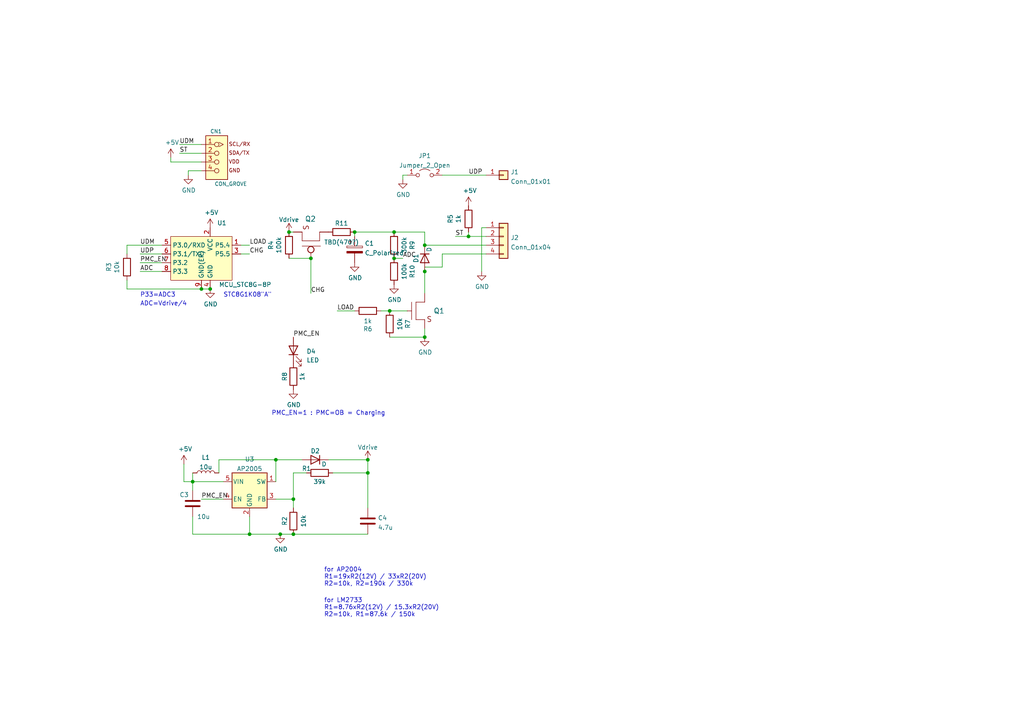
<source format=kicad_sch>
(kicad_sch (version 20211123) (generator eeschema)

  (uuid 2732632c-4768-42b6-bf7f-14643424019e)

  (paper "A4")

  (lib_symbols
    (symbol "Connector_Generic:Conn_01x01" (pin_names (offset 1.016) hide) (in_bom yes) (on_board yes)
      (property "Reference" "J" (id 0) (at 0 2.54 0)
        (effects (font (size 1.27 1.27)))
      )
      (property "Value" "Conn_01x01" (id 1) (at 0 -2.54 0)
        (effects (font (size 1.27 1.27)))
      )
      (property "Footprint" "" (id 2) (at 0 0 0)
        (effects (font (size 1.27 1.27)) hide)
      )
      (property "Datasheet" "~" (id 3) (at 0 0 0)
        (effects (font (size 1.27 1.27)) hide)
      )
      (property "ki_keywords" "connector" (id 4) (at 0 0 0)
        (effects (font (size 1.27 1.27)) hide)
      )
      (property "ki_description" "Generic connector, single row, 01x01, script generated (kicad-library-utils/schlib/autogen/connector/)" (id 5) (at 0 0 0)
        (effects (font (size 1.27 1.27)) hide)
      )
      (property "ki_fp_filters" "Connector*:*_1x??_*" (id 6) (at 0 0 0)
        (effects (font (size 1.27 1.27)) hide)
      )
      (symbol "Conn_01x01_1_1"
        (rectangle (start -1.27 0.127) (end 0 -0.127)
          (stroke (width 0.1524) (type default) (color 0 0 0 0))
          (fill (type none))
        )
        (rectangle (start -1.27 1.27) (end 1.27 -1.27)
          (stroke (width 0.254) (type default) (color 0 0 0 0))
          (fill (type background))
        )
        (pin passive line (at -5.08 0 0) (length 3.81)
          (name "Pin_1" (effects (font (size 1.27 1.27))))
          (number "1" (effects (font (size 1.27 1.27))))
        )
      )
    )
    (symbol "Connector_Generic:Conn_01x04" (pin_names (offset 1.016) hide) (in_bom yes) (on_board yes)
      (property "Reference" "J" (id 0) (at 0 5.08 0)
        (effects (font (size 1.27 1.27)))
      )
      (property "Value" "Conn_01x04" (id 1) (at 0 -7.62 0)
        (effects (font (size 1.27 1.27)))
      )
      (property "Footprint" "" (id 2) (at 0 0 0)
        (effects (font (size 1.27 1.27)) hide)
      )
      (property "Datasheet" "~" (id 3) (at 0 0 0)
        (effects (font (size 1.27 1.27)) hide)
      )
      (property "ki_keywords" "connector" (id 4) (at 0 0 0)
        (effects (font (size 1.27 1.27)) hide)
      )
      (property "ki_description" "Generic connector, single row, 01x04, script generated (kicad-library-utils/schlib/autogen/connector/)" (id 5) (at 0 0 0)
        (effects (font (size 1.27 1.27)) hide)
      )
      (property "ki_fp_filters" "Connector*:*_1x??_*" (id 6) (at 0 0 0)
        (effects (font (size 1.27 1.27)) hide)
      )
      (symbol "Conn_01x04_1_1"
        (rectangle (start -1.27 -4.953) (end 0 -5.207)
          (stroke (width 0.1524) (type default) (color 0 0 0 0))
          (fill (type none))
        )
        (rectangle (start -1.27 -2.413) (end 0 -2.667)
          (stroke (width 0.1524) (type default) (color 0 0 0 0))
          (fill (type none))
        )
        (rectangle (start -1.27 0.127) (end 0 -0.127)
          (stroke (width 0.1524) (type default) (color 0 0 0 0))
          (fill (type none))
        )
        (rectangle (start -1.27 2.667) (end 0 2.413)
          (stroke (width 0.1524) (type default) (color 0 0 0 0))
          (fill (type none))
        )
        (rectangle (start -1.27 3.81) (end 1.27 -6.35)
          (stroke (width 0.254) (type default) (color 0 0 0 0))
          (fill (type background))
        )
        (pin passive line (at -5.08 2.54 0) (length 3.81)
          (name "Pin_1" (effects (font (size 1.27 1.27))))
          (number "1" (effects (font (size 1.27 1.27))))
        )
        (pin passive line (at -5.08 0 0) (length 3.81)
          (name "Pin_2" (effects (font (size 1.27 1.27))))
          (number "2" (effects (font (size 1.27 1.27))))
        )
        (pin passive line (at -5.08 -2.54 0) (length 3.81)
          (name "Pin_3" (effects (font (size 1.27 1.27))))
          (number "3" (effects (font (size 1.27 1.27))))
        )
        (pin passive line (at -5.08 -5.08 0) (length 3.81)
          (name "Pin_4" (effects (font (size 1.27 1.27))))
          (number "4" (effects (font (size 1.27 1.27))))
        )
      )
    )
    (symbol "Device:C" (pin_numbers hide) (pin_names (offset 0.254)) (in_bom yes) (on_board yes)
      (property "Reference" "C" (id 0) (at 0.635 2.54 0)
        (effects (font (size 1.27 1.27)) (justify left))
      )
      (property "Value" "C" (id 1) (at 0.635 -2.54 0)
        (effects (font (size 1.27 1.27)) (justify left))
      )
      (property "Footprint" "" (id 2) (at 0.9652 -3.81 0)
        (effects (font (size 1.27 1.27)) hide)
      )
      (property "Datasheet" "~" (id 3) (at 0 0 0)
        (effects (font (size 1.27 1.27)) hide)
      )
      (property "ki_keywords" "cap capacitor" (id 4) (at 0 0 0)
        (effects (font (size 1.27 1.27)) hide)
      )
      (property "ki_description" "Unpolarized capacitor" (id 5) (at 0 0 0)
        (effects (font (size 1.27 1.27)) hide)
      )
      (property "ki_fp_filters" "C_*" (id 6) (at 0 0 0)
        (effects (font (size 1.27 1.27)) hide)
      )
      (symbol "C_0_1"
        (polyline
          (pts
            (xy -2.032 -0.762)
            (xy 2.032 -0.762)
          )
          (stroke (width 0.508) (type default) (color 0 0 0 0))
          (fill (type none))
        )
        (polyline
          (pts
            (xy -2.032 0.762)
            (xy 2.032 0.762)
          )
          (stroke (width 0.508) (type default) (color 0 0 0 0))
          (fill (type none))
        )
      )
      (symbol "C_1_1"
        (pin passive line (at 0 3.81 270) (length 2.794)
          (name "~" (effects (font (size 1.27 1.27))))
          (number "1" (effects (font (size 1.27 1.27))))
        )
        (pin passive line (at 0 -3.81 90) (length 2.794)
          (name "~" (effects (font (size 1.27 1.27))))
          (number "2" (effects (font (size 1.27 1.27))))
        )
      )
    )
    (symbol "Device:C_Polarized" (pin_numbers hide) (pin_names (offset 0.254)) (in_bom yes) (on_board yes)
      (property "Reference" "C" (id 0) (at 0.635 2.54 0)
        (effects (font (size 1.27 1.27)) (justify left))
      )
      (property "Value" "C_Polarized" (id 1) (at 0.635 -2.54 0)
        (effects (font (size 1.27 1.27)) (justify left))
      )
      (property "Footprint" "" (id 2) (at 0.9652 -3.81 0)
        (effects (font (size 1.27 1.27)) hide)
      )
      (property "Datasheet" "~" (id 3) (at 0 0 0)
        (effects (font (size 1.27 1.27)) hide)
      )
      (property "ki_keywords" "cap capacitor" (id 4) (at 0 0 0)
        (effects (font (size 1.27 1.27)) hide)
      )
      (property "ki_description" "Polarized capacitor" (id 5) (at 0 0 0)
        (effects (font (size 1.27 1.27)) hide)
      )
      (property "ki_fp_filters" "CP_*" (id 6) (at 0 0 0)
        (effects (font (size 1.27 1.27)) hide)
      )
      (symbol "C_Polarized_0_1"
        (rectangle (start -2.286 0.508) (end 2.286 1.016)
          (stroke (width 0) (type default) (color 0 0 0 0))
          (fill (type none))
        )
        (polyline
          (pts
            (xy -1.778 2.286)
            (xy -0.762 2.286)
          )
          (stroke (width 0) (type default) (color 0 0 0 0))
          (fill (type none))
        )
        (polyline
          (pts
            (xy -1.27 2.794)
            (xy -1.27 1.778)
          )
          (stroke (width 0) (type default) (color 0 0 0 0))
          (fill (type none))
        )
        (rectangle (start 2.286 -0.508) (end -2.286 -1.016)
          (stroke (width 0) (type default) (color 0 0 0 0))
          (fill (type outline))
        )
      )
      (symbol "C_Polarized_1_1"
        (pin passive line (at 0 3.81 270) (length 2.794)
          (name "~" (effects (font (size 1.27 1.27))))
          (number "1" (effects (font (size 1.27 1.27))))
        )
        (pin passive line (at 0 -3.81 90) (length 2.794)
          (name "~" (effects (font (size 1.27 1.27))))
          (number "2" (effects (font (size 1.27 1.27))))
        )
      )
    )
    (symbol "Device:D" (pin_numbers hide) (pin_names (offset 1.016) hide) (in_bom yes) (on_board yes)
      (property "Reference" "D" (id 0) (at 0 2.54 0)
        (effects (font (size 1.27 1.27)))
      )
      (property "Value" "D" (id 1) (at 0 -2.54 0)
        (effects (font (size 1.27 1.27)))
      )
      (property "Footprint" "" (id 2) (at 0 0 0)
        (effects (font (size 1.27 1.27)) hide)
      )
      (property "Datasheet" "~" (id 3) (at 0 0 0)
        (effects (font (size 1.27 1.27)) hide)
      )
      (property "ki_keywords" "diode" (id 4) (at 0 0 0)
        (effects (font (size 1.27 1.27)) hide)
      )
      (property "ki_description" "Diode" (id 5) (at 0 0 0)
        (effects (font (size 1.27 1.27)) hide)
      )
      (property "ki_fp_filters" "TO-???* *_Diode_* *SingleDiode* D_*" (id 6) (at 0 0 0)
        (effects (font (size 1.27 1.27)) hide)
      )
      (symbol "D_0_1"
        (polyline
          (pts
            (xy -1.27 1.27)
            (xy -1.27 -1.27)
          )
          (stroke (width 0.254) (type default) (color 0 0 0 0))
          (fill (type none))
        )
        (polyline
          (pts
            (xy 1.27 0)
            (xy -1.27 0)
          )
          (stroke (width 0) (type default) (color 0 0 0 0))
          (fill (type none))
        )
        (polyline
          (pts
            (xy 1.27 1.27)
            (xy 1.27 -1.27)
            (xy -1.27 0)
            (xy 1.27 1.27)
          )
          (stroke (width 0.254) (type default) (color 0 0 0 0))
          (fill (type none))
        )
      )
      (symbol "D_1_1"
        (pin passive line (at -3.81 0 0) (length 2.54)
          (name "K" (effects (font (size 1.27 1.27))))
          (number "1" (effects (font (size 1.27 1.27))))
        )
        (pin passive line (at 3.81 0 180) (length 2.54)
          (name "A" (effects (font (size 1.27 1.27))))
          (number "2" (effects (font (size 1.27 1.27))))
        )
      )
    )
    (symbol "Device:L" (pin_numbers hide) (pin_names (offset 1.016) hide) (in_bom yes) (on_board yes)
      (property "Reference" "L" (id 0) (at -1.27 0 90)
        (effects (font (size 1.27 1.27)))
      )
      (property "Value" "L" (id 1) (at 1.905 0 90)
        (effects (font (size 1.27 1.27)))
      )
      (property "Footprint" "" (id 2) (at 0 0 0)
        (effects (font (size 1.27 1.27)) hide)
      )
      (property "Datasheet" "~" (id 3) (at 0 0 0)
        (effects (font (size 1.27 1.27)) hide)
      )
      (property "ki_keywords" "inductor choke coil reactor magnetic" (id 4) (at 0 0 0)
        (effects (font (size 1.27 1.27)) hide)
      )
      (property "ki_description" "Inductor" (id 5) (at 0 0 0)
        (effects (font (size 1.27 1.27)) hide)
      )
      (property "ki_fp_filters" "Choke_* *Coil* Inductor_* L_*" (id 6) (at 0 0 0)
        (effects (font (size 1.27 1.27)) hide)
      )
      (symbol "L_0_1"
        (arc (start 0 -2.54) (mid 0.635 -1.905) (end 0 -1.27)
          (stroke (width 0) (type default) (color 0 0 0 0))
          (fill (type none))
        )
        (arc (start 0 -1.27) (mid 0.635 -0.635) (end 0 0)
          (stroke (width 0) (type default) (color 0 0 0 0))
          (fill (type none))
        )
        (arc (start 0 0) (mid 0.635 0.635) (end 0 1.27)
          (stroke (width 0) (type default) (color 0 0 0 0))
          (fill (type none))
        )
        (arc (start 0 1.27) (mid 0.635 1.905) (end 0 2.54)
          (stroke (width 0) (type default) (color 0 0 0 0))
          (fill (type none))
        )
      )
      (symbol "L_1_1"
        (pin passive line (at 0 3.81 270) (length 1.27)
          (name "1" (effects (font (size 1.27 1.27))))
          (number "1" (effects (font (size 1.27 1.27))))
        )
        (pin passive line (at 0 -3.81 90) (length 1.27)
          (name "2" (effects (font (size 1.27 1.27))))
          (number "2" (effects (font (size 1.27 1.27))))
        )
      )
    )
    (symbol "Device:LED" (pin_numbers hide) (pin_names (offset 1.016) hide) (in_bom yes) (on_board yes)
      (property "Reference" "D" (id 0) (at 0 2.54 0)
        (effects (font (size 1.27 1.27)))
      )
      (property "Value" "LED" (id 1) (at 0 -2.54 0)
        (effects (font (size 1.27 1.27)))
      )
      (property "Footprint" "" (id 2) (at 0 0 0)
        (effects (font (size 1.27 1.27)) hide)
      )
      (property "Datasheet" "~" (id 3) (at 0 0 0)
        (effects (font (size 1.27 1.27)) hide)
      )
      (property "ki_keywords" "LED diode" (id 4) (at 0 0 0)
        (effects (font (size 1.27 1.27)) hide)
      )
      (property "ki_description" "Light emitting diode" (id 5) (at 0 0 0)
        (effects (font (size 1.27 1.27)) hide)
      )
      (property "ki_fp_filters" "LED* LED_SMD:* LED_THT:*" (id 6) (at 0 0 0)
        (effects (font (size 1.27 1.27)) hide)
      )
      (symbol "LED_0_1"
        (polyline
          (pts
            (xy -1.27 -1.27)
            (xy -1.27 1.27)
          )
          (stroke (width 0.254) (type default) (color 0 0 0 0))
          (fill (type none))
        )
        (polyline
          (pts
            (xy -1.27 0)
            (xy 1.27 0)
          )
          (stroke (width 0) (type default) (color 0 0 0 0))
          (fill (type none))
        )
        (polyline
          (pts
            (xy 1.27 -1.27)
            (xy 1.27 1.27)
            (xy -1.27 0)
            (xy 1.27 -1.27)
          )
          (stroke (width 0.254) (type default) (color 0 0 0 0))
          (fill (type none))
        )
        (polyline
          (pts
            (xy -3.048 -0.762)
            (xy -4.572 -2.286)
            (xy -3.81 -2.286)
            (xy -4.572 -2.286)
            (xy -4.572 -1.524)
          )
          (stroke (width 0) (type default) (color 0 0 0 0))
          (fill (type none))
        )
        (polyline
          (pts
            (xy -1.778 -0.762)
            (xy -3.302 -2.286)
            (xy -2.54 -2.286)
            (xy -3.302 -2.286)
            (xy -3.302 -1.524)
          )
          (stroke (width 0) (type default) (color 0 0 0 0))
          (fill (type none))
        )
      )
      (symbol "LED_1_1"
        (pin passive line (at -3.81 0 0) (length 2.54)
          (name "K" (effects (font (size 1.27 1.27))))
          (number "1" (effects (font (size 1.27 1.27))))
        )
        (pin passive line (at 3.81 0 180) (length 2.54)
          (name "A" (effects (font (size 1.27 1.27))))
          (number "2" (effects (font (size 1.27 1.27))))
        )
      )
    )
    (symbol "Device:R" (pin_numbers hide) (pin_names (offset 0)) (in_bom yes) (on_board yes)
      (property "Reference" "R" (id 0) (at 2.032 0 90)
        (effects (font (size 1.27 1.27)))
      )
      (property "Value" "R" (id 1) (at 0 0 90)
        (effects (font (size 1.27 1.27)))
      )
      (property "Footprint" "" (id 2) (at -1.778 0 90)
        (effects (font (size 1.27 1.27)) hide)
      )
      (property "Datasheet" "~" (id 3) (at 0 0 0)
        (effects (font (size 1.27 1.27)) hide)
      )
      (property "ki_keywords" "R res resistor" (id 4) (at 0 0 0)
        (effects (font (size 1.27 1.27)) hide)
      )
      (property "ki_description" "Resistor" (id 5) (at 0 0 0)
        (effects (font (size 1.27 1.27)) hide)
      )
      (property "ki_fp_filters" "R_*" (id 6) (at 0 0 0)
        (effects (font (size 1.27 1.27)) hide)
      )
      (symbol "R_0_1"
        (rectangle (start -1.016 -2.54) (end 1.016 2.54)
          (stroke (width 0.254) (type default) (color 0 0 0 0))
          (fill (type none))
        )
      )
      (symbol "R_1_1"
        (pin passive line (at 0 3.81 270) (length 1.27)
          (name "~" (effects (font (size 1.27 1.27))))
          (number "1" (effects (font (size 1.27 1.27))))
        )
        (pin passive line (at 0 -3.81 90) (length 1.27)
          (name "~" (effects (font (size 1.27 1.27))))
          (number "2" (effects (font (size 1.27 1.27))))
        )
      )
    )
    (symbol "Jumper:Jumper_2_Open" (pin_names (offset 0) hide) (in_bom yes) (on_board yes)
      (property "Reference" "JP" (id 0) (at 0 2.794 0)
        (effects (font (size 1.27 1.27)))
      )
      (property "Value" "Jumper_2_Open" (id 1) (at 0 -2.286 0)
        (effects (font (size 1.27 1.27)))
      )
      (property "Footprint" "" (id 2) (at 0 0 0)
        (effects (font (size 1.27 1.27)) hide)
      )
      (property "Datasheet" "~" (id 3) (at 0 0 0)
        (effects (font (size 1.27 1.27)) hide)
      )
      (property "ki_keywords" "Jumper SPST" (id 4) (at 0 0 0)
        (effects (font (size 1.27 1.27)) hide)
      )
      (property "ki_description" "Jumper, 2-pole, open" (id 5) (at 0 0 0)
        (effects (font (size 1.27 1.27)) hide)
      )
      (property "ki_fp_filters" "Jumper* TestPoint*2Pads* TestPoint*Bridge*" (id 6) (at 0 0 0)
        (effects (font (size 1.27 1.27)) hide)
      )
      (symbol "Jumper_2_Open_0_0"
        (circle (center -2.032 0) (radius 0.508)
          (stroke (width 0) (type default) (color 0 0 0 0))
          (fill (type none))
        )
        (circle (center 2.032 0) (radius 0.508)
          (stroke (width 0) (type default) (color 0 0 0 0))
          (fill (type none))
        )
      )
      (symbol "Jumper_2_Open_0_1"
        (arc (start 1.524 1.27) (mid 0 1.778) (end -1.524 1.27)
          (stroke (width 0) (type default) (color 0 0 0 0))
          (fill (type none))
        )
      )
      (symbol "Jumper_2_Open_1_1"
        (pin passive line (at -5.08 0 0) (length 2.54)
          (name "A" (effects (font (size 1.27 1.27))))
          (number "1" (effects (font (size 1.27 1.27))))
        )
        (pin passive line (at 5.08 0 180) (length 2.54)
          (name "B" (effects (font (size 1.27 1.27))))
          (number "2" (effects (font (size 1.27 1.27))))
        )
      )
    )
    (symbol "Regulator_Switching:LM2733XMF" (pin_names (offset 0.254)) (in_bom yes) (on_board yes)
      (property "Reference" "U" (id 0) (at -5.08 6.35 0)
        (effects (font (size 1.27 1.27)) (justify left))
      )
      (property "Value" "LM2733XMF" (id 1) (at 0 6.35 0)
        (effects (font (size 1.27 1.27)) (justify left))
      )
      (property "Footprint" "Package_TO_SOT_SMD:SOT-23-5" (id 2) (at 1.27 -6.35 0)
        (effects (font (size 1.27 1.27) italic) (justify left) hide)
      )
      (property "Datasheet" "http://www.ti.com/lit/ds/symlink/lm2733.pdf" (id 3) (at 0 2.54 0)
        (effects (font (size 1.27 1.27)) hide)
      )
      (property "ki_keywords" "Miniature Step-Up Boost Voltage Regulator" (id 4) (at 0 0 0)
        (effects (font (size 1.27 1.27)) hide)
      )
      (property "ki_description" "LM27313, 1A, 40Vout Boost Voltage Regulator, 1.6MHz Frequency, SOT-23-5" (id 5) (at 0 0 0)
        (effects (font (size 1.27 1.27)) hide)
      )
      (property "ki_fp_filters" "SOT?23*" (id 6) (at 0 0 0)
        (effects (font (size 1.27 1.27)) hide)
      )
      (symbol "LM2733XMF_0_1"
        (rectangle (start -5.08 5.08) (end 5.08 -5.08)
          (stroke (width 0.254) (type default) (color 0 0 0 0))
          (fill (type background))
        )
      )
      (symbol "LM2733XMF_1_1"
        (pin output line (at 7.62 2.54 180) (length 2.54)
          (name "SW" (effects (font (size 1.27 1.27))))
          (number "1" (effects (font (size 1.27 1.27))))
        )
        (pin power_in line (at 0 -7.62 90) (length 2.54)
          (name "GND" (effects (font (size 1.27 1.27))))
          (number "2" (effects (font (size 1.27 1.27))))
        )
        (pin input line (at 7.62 -2.54 180) (length 2.54)
          (name "FB" (effects (font (size 1.27 1.27))))
          (number "3" (effects (font (size 1.27 1.27))))
        )
        (pin input line (at -7.62 -2.54 0) (length 2.54)
          (name "EN" (effects (font (size 1.27 1.27))))
          (number "4" (effects (font (size 1.27 1.27))))
        )
        (pin input line (at -7.62 2.54 0) (length 2.54)
          (name "VIN" (effects (font (size 1.27 1.27))))
          (number "5" (effects (font (size 1.27 1.27))))
        )
      )
    )
    (symbol "akita:CON_GROVE" (pin_names (offset 1.016)) (in_bom yes) (on_board yes)
      (property "Reference" "CN" (id 0) (at 0 3.81 0)
        (effects (font (size 1.0668 1.0668)) (justify left bottom))
      )
      (property "Value" "CON_GROVE" (id 1) (at 3.81 -5.08 90)
        (effects (font (size 1.0668 1.0668)) (justify left bottom))
      )
      (property "Footprint" "" (id 2) (at 0 0 0)
        (effects (font (size 1.27 1.27)) hide)
      )
      (property "Datasheet" "" (id 3) (at 0 0 0)
        (effects (font (size 1.27 1.27)) hide)
      )
      (property "ki_locked" "" (id 4) (at 0 0 0)
        (effects (font (size 1.27 1.27)))
      )
      (symbol "CON_GROVE_1_0"
        (text "GND" (at 5.334 -5.588 0)
          (effects (font (size 1.0668 1.0668)) (justify left bottom))
        )
        (text "SCL/RX" (at 5.334 2.032 0)
          (effects (font (size 1.0668 1.0668)) (justify left bottom))
        )
        (text "SDA/TX" (at 5.334 -0.508 0)
          (effects (font (size 1.0668 1.0668)) (justify left bottom))
        )
        (text "VDD" (at 5.334 -3.048 0)
          (effects (font (size 1.0668 1.0668)) (justify left bottom))
        )
        (pin bidirectional inverted_clock (at -2.54 2.54 0) (length 5.08)
          (name "1" (effects (font (size 0 0))))
          (number "1" (effects (font (size 1.27 1.27))))
        )
        (pin bidirectional inverted (at -2.54 0 0) (length 5.08)
          (name "2" (effects (font (size 0 0))))
          (number "2" (effects (font (size 1.27 1.27))))
        )
        (pin bidirectional inverted (at -2.54 -2.54 0) (length 5.08)
          (name "3" (effects (font (size 0 0))))
          (number "3" (effects (font (size 1.27 1.27))))
        )
        (pin bidirectional inverted (at -2.54 -5.08 0) (length 5.08)
          (name "4" (effects (font (size 0 0))))
          (number "4" (effects (font (size 1.27 1.27))))
        )
      )
      (symbol "CON_GROVE_1_1"
        (rectangle (start -1.27 5.08) (end 5.08 -7.62)
          (stroke (width 0.2032) (type default) (color 0 0 0 0))
          (fill (type background))
        )
      )
    )
    (symbol "akita:MCU_STC8G-8P" (in_bom yes) (on_board yes)
      (property "Reference" "U" (id 0) (at 7.62 7.62 0)
        (effects (font (size 1.27 1.27)))
      )
      (property "Value" "MCU_STC8G-8P" (id 1) (at 8.89 -7.62 0)
        (effects (font (size 1.27 1.27)))
      )
      (property "Footprint" "" (id 2) (at -6.35 -1.27 0)
        (effects (font (size 1.27 1.27)) hide)
      )
      (property "Datasheet" "" (id 3) (at -6.35 -1.27 0)
        (effects (font (size 1.27 1.27)) hide)
      )
      (symbol "MCU_STC8G-8P_0_1"
        (rectangle (start -8.89 6.35) (end 8.89 -6.35)
          (stroke (width 0.1524) (type default) (color 0 0 0 0))
          (fill (type background))
        )
      )
      (symbol "MCU_STC8G-8P_1_1"
        (pin bidirectional line (at 11.43 3.81 180) (length 2.54)
          (name "P5.4" (effects (font (size 1.27 1.27))))
          (number "1" (effects (font (size 1.27 1.27))))
        )
        (pin power_in line (at 2.54 8.89 270) (length 2.54)
          (name "VCC" (effects (font (size 1.27 1.27))))
          (number "2" (effects (font (size 1.27 1.27))))
        )
        (pin bidirectional line (at 11.43 1.27 180) (length 2.54)
          (name "P5.5" (effects (font (size 1.27 1.27))))
          (number "3" (effects (font (size 1.27 1.27))))
        )
        (pin power_in line (at 2.54 -8.89 90) (length 2.54)
          (name "GND" (effects (font (size 1.27 1.27))))
          (number "4" (effects (font (size 1.27 1.27))))
        )
        (pin bidirectional line (at -11.43 3.81 0) (length 2.54)
          (name "P3.0/RXD" (effects (font (size 1.27 1.27))))
          (number "5" (effects (font (size 1.27 1.27))))
        )
        (pin bidirectional line (at -11.43 1.27 0) (length 2.54)
          (name "P3.1/TXD" (effects (font (size 1.27 1.27))))
          (number "6" (effects (font (size 1.27 1.27))))
        )
        (pin bidirectional line (at -11.43 -1.27 0) (length 2.54)
          (name "P3.2" (effects (font (size 1.27 1.27))))
          (number "7" (effects (font (size 1.27 1.27))))
        )
        (pin bidirectional line (at -11.43 -3.81 0) (length 2.54)
          (name "P3.3" (effects (font (size 1.27 1.27))))
          (number "8" (effects (font (size 1.27 1.27))))
        )
        (pin power_in line (at 0 -8.89 90) (length 2.54)
          (name "GND(EP)" (effects (font (size 1.27 1.27))))
          (number "9" (effects (font (size 1.27 1.27))))
        )
      )
    )
    (symbol "akita:TR_NMOS_IRLML6344" (pin_names (offset 1.016)) (in_bom yes) (on_board yes)
      (property "Reference" "Q" (id 0) (at 3.048 0.508 0)
        (effects (font (size 1.4986 1.4986)) (justify left bottom))
      )
      (property "Value" "TR_NMOS_IRLML6344" (id 1) (at 0 0 0)
        (effects (font (size 1.27 1.27)) hide)
      )
      (property "Footprint" "Package_TO_SOT_SMD:SOT-23" (id 2) (at 0 0 0)
        (effects (font (size 1.27 1.27)) hide)
      )
      (property "Datasheet" "" (id 3) (at 0 0 0)
        (effects (font (size 1.27 1.27)) hide)
      )
      (symbol "TR_NMOS_IRLML6344_1_0"
        (polyline
          (pts
            (xy -2.54 0)
            (xy -1.27 0)
          )
          (stroke (width 0) (type default) (color 0 0 0 0))
          (fill (type none))
        )
        (polyline
          (pts
            (xy -1.27 2.54)
            (xy -1.27 -2.54)
          )
          (stroke (width 0) (type default) (color 0 0 0 0))
          (fill (type none))
        )
        (polyline
          (pts
            (xy 0 -2.54)
            (xy 2.54 -2.54)
          )
          (stroke (width 0) (type default) (color 0 0 0 0))
          (fill (type none))
        )
        (polyline
          (pts
            (xy 0 2.54)
            (xy 0 -2.54)
          )
          (stroke (width 0) (type default) (color 0 0 0 0))
          (fill (type none))
        )
        (polyline
          (pts
            (xy 2.54 2.54)
            (xy 0 2.54)
          )
          (stroke (width 0) (type default) (color 0 0 0 0))
          (fill (type none))
        )
        (text "S" (at 3.048 -3.302 0)
          (effects (font (size 1.4986 1.4986)) (justify left bottom))
        )
        (pin bidirectional line (at -2.54 0 0) (length 0)
          (name "G" (effects (font (size 0 0))))
          (number "1" (effects (font (size 0 0))))
        )
        (pin bidirectional line (at 2.54 -5.08 90) (length 2.54)
          (name "S" (effects (font (size 0 0))))
          (number "2" (effects (font (size 0 0))))
        )
        (pin bidirectional line (at 2.54 5.08 270) (length 2.54)
          (name "D" (effects (font (size 0 0))))
          (number "3" (effects (font (size 0 0))))
        )
      )
    )
    (symbol "akita:TR_PMOS_IRLML6402" (pin_names (offset 1.016)) (in_bom yes) (on_board yes)
      (property "Reference" "Q" (id 0) (at 3.302 2.794 0)
        (effects (font (size 1.4986 1.4986)) (justify left bottom))
      )
      (property "Value" "TR_PMOS_IRLML6402" (id 1) (at 0 0 0)
        (effects (font (size 1.27 1.27)) hide)
      )
      (property "Footprint" "Package_TO_SOT_SMD:SOT-23" (id 2) (at 0 0 0)
        (effects (font (size 1.27 1.27)) hide)
      )
      (property "Datasheet" "" (id 3) (at 0 0 0)
        (effects (font (size 1.27 1.27)) hide)
      )
      (symbol "TR_PMOS_IRLML6402_1_0"
        (circle (center -2.54 0) (radius 0.9144)
          (stroke (width 0.254) (type default) (color 0 0 0 0))
          (fill (type none))
        )
        (polyline
          (pts
            (xy -3.556 0)
            (xy -5.08 0)
          )
          (stroke (width 0) (type default) (color 0 0 0 0))
          (fill (type none))
        )
        (polyline
          (pts
            (xy -1.524 2.54)
            (xy -1.524 -2.794)
          )
          (stroke (width 0) (type default) (color 0 0 0 0))
          (fill (type none))
        )
        (polyline
          (pts
            (xy 0 -2.54)
            (xy 2.54 -2.54)
          )
          (stroke (width 0) (type default) (color 0 0 0 0))
          (fill (type none))
        )
        (polyline
          (pts
            (xy 0 2.54)
            (xy 0 -2.54)
          )
          (stroke (width 0) (type default) (color 0 0 0 0))
          (fill (type none))
        )
        (polyline
          (pts
            (xy 2.54 2.54)
            (xy 0 2.54)
          )
          (stroke (width 0) (type default) (color 0 0 0 0))
          (fill (type none))
        )
        (text "S" (at 3.048 0.508 0)
          (effects (font (size 1.4986 1.4986)) (justify left bottom))
        )
        (pin bidirectional line (at -5.08 0 0) (length 0)
          (name "G" (effects (font (size 0 0))))
          (number "1" (effects (font (size 0 0))))
        )
        (pin bidirectional line (at 2.54 5.08 270) (length 2.54)
          (name "S" (effects (font (size 0 0))))
          (number "2" (effects (font (size 0 0))))
        )
        (pin bidirectional line (at 2.54 -5.08 90) (length 2.54)
          (name "D" (effects (font (size 0 0))))
          (number "3" (effects (font (size 0 0))))
        )
      )
    )
    (symbol "power:+5V" (power) (pin_names (offset 0)) (in_bom yes) (on_board yes)
      (property "Reference" "#PWR" (id 0) (at 0 -3.81 0)
        (effects (font (size 1.27 1.27)) hide)
      )
      (property "Value" "+5V" (id 1) (at 0 3.556 0)
        (effects (font (size 1.27 1.27)))
      )
      (property "Footprint" "" (id 2) (at 0 0 0)
        (effects (font (size 1.27 1.27)) hide)
      )
      (property "Datasheet" "" (id 3) (at 0 0 0)
        (effects (font (size 1.27 1.27)) hide)
      )
      (property "ki_keywords" "power-flag" (id 4) (at 0 0 0)
        (effects (font (size 1.27 1.27)) hide)
      )
      (property "ki_description" "Power symbol creates a global label with name \"+5V\"" (id 5) (at 0 0 0)
        (effects (font (size 1.27 1.27)) hide)
      )
      (symbol "+5V_0_1"
        (polyline
          (pts
            (xy -0.762 1.27)
            (xy 0 2.54)
          )
          (stroke (width 0) (type default) (color 0 0 0 0))
          (fill (type none))
        )
        (polyline
          (pts
            (xy 0 0)
            (xy 0 2.54)
          )
          (stroke (width 0) (type default) (color 0 0 0 0))
          (fill (type none))
        )
        (polyline
          (pts
            (xy 0 2.54)
            (xy 0.762 1.27)
          )
          (stroke (width 0) (type default) (color 0 0 0 0))
          (fill (type none))
        )
      )
      (symbol "+5V_1_1"
        (pin power_in line (at 0 0 90) (length 0) hide
          (name "+5V" (effects (font (size 1.27 1.27))))
          (number "1" (effects (font (size 1.27 1.27))))
        )
      )
    )
    (symbol "power:GND" (power) (pin_names (offset 0)) (in_bom yes) (on_board yes)
      (property "Reference" "#PWR" (id 0) (at 0 -6.35 0)
        (effects (font (size 1.27 1.27)) hide)
      )
      (property "Value" "GND" (id 1) (at 0 -3.81 0)
        (effects (font (size 1.27 1.27)))
      )
      (property "Footprint" "" (id 2) (at 0 0 0)
        (effects (font (size 1.27 1.27)) hide)
      )
      (property "Datasheet" "" (id 3) (at 0 0 0)
        (effects (font (size 1.27 1.27)) hide)
      )
      (property "ki_keywords" "power-flag" (id 4) (at 0 0 0)
        (effects (font (size 1.27 1.27)) hide)
      )
      (property "ki_description" "Power symbol creates a global label with name \"GND\" , ground" (id 5) (at 0 0 0)
        (effects (font (size 1.27 1.27)) hide)
      )
      (symbol "GND_0_1"
        (polyline
          (pts
            (xy 0 0)
            (xy 0 -1.27)
            (xy 1.27 -1.27)
            (xy 0 -2.54)
            (xy -1.27 -1.27)
            (xy 0 -1.27)
          )
          (stroke (width 0) (type default) (color 0 0 0 0))
          (fill (type none))
        )
      )
      (symbol "GND_1_1"
        (pin power_in line (at 0 0 270) (length 0) hide
          (name "GND" (effects (font (size 1.27 1.27))))
          (number "1" (effects (font (size 1.27 1.27))))
        )
      )
    )
    (symbol "power:Vdrive" (power) (pin_names (offset 0)) (in_bom yes) (on_board yes)
      (property "Reference" "#PWR" (id 0) (at -5.08 -3.81 0)
        (effects (font (size 1.27 1.27)) hide)
      )
      (property "Value" "Vdrive" (id 1) (at 0 3.81 0)
        (effects (font (size 1.27 1.27)))
      )
      (property "Footprint" "" (id 2) (at 0 0 0)
        (effects (font (size 1.27 1.27)) hide)
      )
      (property "Datasheet" "" (id 3) (at 0 0 0)
        (effects (font (size 1.27 1.27)) hide)
      )
      (property "ki_keywords" "power-flag" (id 4) (at 0 0 0)
        (effects (font (size 1.27 1.27)) hide)
      )
      (property "ki_description" "Power symbol creates a global label with name \"Vdrive\"" (id 5) (at 0 0 0)
        (effects (font (size 1.27 1.27)) hide)
      )
      (symbol "Vdrive_0_1"
        (polyline
          (pts
            (xy -0.762 1.27)
            (xy 0 2.54)
          )
          (stroke (width 0) (type default) (color 0 0 0 0))
          (fill (type none))
        )
        (polyline
          (pts
            (xy 0 0)
            (xy 0 2.54)
          )
          (stroke (width 0) (type default) (color 0 0 0 0))
          (fill (type none))
        )
        (polyline
          (pts
            (xy 0 2.54)
            (xy 0.762 1.27)
          )
          (stroke (width 0) (type default) (color 0 0 0 0))
          (fill (type none))
        )
      )
      (symbol "Vdrive_1_1"
        (pin power_in line (at 0 0 90) (length 0) hide
          (name "Vdrive" (effects (font (size 1.27 1.27))))
          (number "1" (effects (font (size 1.27 1.27))))
        )
      )
    )
  )

  (junction (at 85.09 144.78) (diameter 0) (color 0 0 0 0)
    (uuid 0a588237-6de1-47f2-b5d9-b14179b943ee)
  )
  (junction (at 123.19 78.74) (diameter 0) (color 0 0 0 0)
    (uuid 0b9077a1-b269-4aa9-aaed-746706b0433a)
  )
  (junction (at 113.03 90.17) (diameter 0) (color 0 0 0 0)
    (uuid 0cfb52a0-de30-4dd2-91f8-eb14524eae1b)
  )
  (junction (at 106.68 137.16) (diameter 0) (color 0 0 0 0)
    (uuid 28c360a2-1181-4f04-8491-3d90b6f22e6f)
  )
  (junction (at 55.88 139.7) (diameter 0) (color 0 0 0 0)
    (uuid 2ad85e61-c9e1-4104-bf64-2e0d28b0ff7c)
  )
  (junction (at 90.17 74.93) (diameter 0) (color 0 0 0 0)
    (uuid 3502532b-0d7c-44bc-a717-7c29d52d97a5)
  )
  (junction (at 114.3 74.93) (diameter 0) (color 0 0 0 0)
    (uuid 44ab943b-75ae-4708-bdc3-9fa29f5ce4d5)
  )
  (junction (at 80.01 133.35) (diameter 0) (color 0 0 0 0)
    (uuid 59b54ead-8511-498c-b310-21ac79e0e499)
  )
  (junction (at 85.09 154.94) (diameter 0) (color 0 0 0 0)
    (uuid 70086e4c-a784-4c4b-ba08-c891967fd8aa)
  )
  (junction (at 114.3 67.31) (diameter 0) (color 0 0 0 0)
    (uuid 757599d2-ce01-41e3-b173-b762626bf322)
  )
  (junction (at 58.42 83.82) (diameter 0) (color 0 0 0 0)
    (uuid 869cb403-d8e6-45ae-8592-2c71160b9454)
  )
  (junction (at 72.39 154.94) (diameter 0) (color 0 0 0 0)
    (uuid ad53dad6-2124-4f16-b725-9613764f604f)
  )
  (junction (at 135.89 68.58) (diameter 0) (color 0 0 0 0)
    (uuid c5e55012-ff62-48eb-84b8-48c452790456)
  )
  (junction (at 123.19 71.12) (diameter 0) (color 0 0 0 0)
    (uuid cb3090c3-0077-4a68-bdd1-2f8c09440d04)
  )
  (junction (at 123.19 97.79) (diameter 0) (color 0 0 0 0)
    (uuid cd4a7db4-1722-4219-aa88-9ce6e03aa8f4)
  )
  (junction (at 81.28 154.94) (diameter 0) (color 0 0 0 0)
    (uuid e30f45f6-5fc9-41a4-bf68-78f2fe486e35)
  )
  (junction (at 83.82 67.31) (diameter 0) (color 0 0 0 0)
    (uuid e591a71a-b17d-480d-8c86-aed6d1b10ceb)
  )
  (junction (at 60.96 83.82) (diameter 0) (color 0 0 0 0)
    (uuid ed0bd7aa-6ea2-4337-bbeb-55a7ed4c623d)
  )
  (junction (at 102.87 67.31) (diameter 0) (color 0 0 0 0)
    (uuid f5ac3e38-b2da-4b8b-af3b-5e4281e16a0c)
  )
  (junction (at 106.68 133.35) (diameter 0) (color 0 0 0 0)
    (uuid fb591d48-b119-456f-82ff-9a6d46d01063)
  )

  (wire (pts (xy 49.53 45.72) (xy 49.53 46.99))
    (stroke (width 0) (type default) (color 0 0 0 0))
    (uuid 0929c7cb-b0a0-4c9d-b3d1-3b7df4869a90)
  )
  (wire (pts (xy 55.88 139.7) (xy 64.77 139.7))
    (stroke (width 0) (type default) (color 0 0 0 0))
    (uuid 0e3c8d6c-1e90-4455-9dcc-9fc1bbb9e001)
  )
  (wire (pts (xy 106.68 137.16) (xy 106.68 147.32))
    (stroke (width 0) (type default) (color 0 0 0 0))
    (uuid 12e84475-f424-4bba-b732-0307cf08d375)
  )
  (wire (pts (xy 88.9 137.16) (xy 85.09 137.16))
    (stroke (width 0) (type default) (color 0 0 0 0))
    (uuid 14ff2624-86a1-4191-bd62-de217e35f2f3)
  )
  (wire (pts (xy 123.19 77.47) (xy 123.19 78.74))
    (stroke (width 0) (type default) (color 0 0 0 0))
    (uuid 19e1bff8-c3ac-4140-a9f4-bb1288610b1f)
  )
  (wire (pts (xy 97.79 90.17) (xy 102.87 90.17))
    (stroke (width 0) (type default) (color 0 0 0 0))
    (uuid 19ef6aad-fc63-453d-8137-5ece932ce56e)
  )
  (wire (pts (xy 114.3 67.31) (xy 123.19 67.31))
    (stroke (width 0) (type default) (color 0 0 0 0))
    (uuid 1a3b6c3d-79e1-445f-bc38-5b59ef243593)
  )
  (wire (pts (xy 118.11 50.8) (xy 116.84 50.8))
    (stroke (width 0) (type default) (color 0 0 0 0))
    (uuid 1d770f7f-6e7a-43ec-8a13-6fcbc800f86f)
  )
  (wire (pts (xy 36.83 83.82) (xy 36.83 81.28))
    (stroke (width 0) (type default) (color 0 0 0 0))
    (uuid 1e67cf34-6013-46f2-8d78-3cfded882d0c)
  )
  (wire (pts (xy 96.52 137.16) (xy 106.68 137.16))
    (stroke (width 0) (type default) (color 0 0 0 0))
    (uuid 22d464c6-72d8-4902-9692-dba24d8c5eeb)
  )
  (wire (pts (xy 83.82 74.93) (xy 90.17 74.93))
    (stroke (width 0) (type default) (color 0 0 0 0))
    (uuid 28605bc1-2fb1-444c-9ba6-23efec19f580)
  )
  (wire (pts (xy 69.85 73.66) (xy 72.39 73.66))
    (stroke (width 0) (type default) (color 0 0 0 0))
    (uuid 2b01b9e8-b6d5-4db0-99e4-6f354b7386a3)
  )
  (wire (pts (xy 55.88 154.94) (xy 55.88 149.86))
    (stroke (width 0) (type default) (color 0 0 0 0))
    (uuid 356556bb-bbdc-458a-99e2-1c3e16926fad)
  )
  (wire (pts (xy 90.17 74.93) (xy 90.17 85.09))
    (stroke (width 0) (type default) (color 0 0 0 0))
    (uuid 3b7d4ef6-9af1-4097-889b-701bc6a081db)
  )
  (wire (pts (xy 123.19 77.47) (xy 128.27 77.47))
    (stroke (width 0) (type default) (color 0 0 0 0))
    (uuid 3b838d52-596d-4e4d-a6ac-e4c8e7621137)
  )
  (wire (pts (xy 113.03 97.79) (xy 123.19 97.79))
    (stroke (width 0) (type default) (color 0 0 0 0))
    (uuid 3e2f78ca-c7c8-4e90-9ab5-3038edb6979a)
  )
  (wire (pts (xy 58.42 144.78) (xy 64.77 144.78))
    (stroke (width 0) (type default) (color 0 0 0 0))
    (uuid 3f474761-f574-486d-b065-eb701783d5f0)
  )
  (wire (pts (xy 113.03 90.17) (xy 118.11 90.17))
    (stroke (width 0) (type default) (color 0 0 0 0))
    (uuid 3f734287-9e20-42c1-8ddc-6ff5ee15ed2f)
  )
  (wire (pts (xy 102.87 67.31) (xy 114.3 67.31))
    (stroke (width 0) (type default) (color 0 0 0 0))
    (uuid 4223c3ee-63fc-4287-b137-43176dbe5d60)
  )
  (wire (pts (xy 128.27 73.66) (xy 140.97 73.66))
    (stroke (width 0) (type default) (color 0 0 0 0))
    (uuid 472e94c0-a898-4fa7-9e12-6667bf6d7653)
  )
  (wire (pts (xy 139.7 66.04) (xy 139.7 78.74))
    (stroke (width 0) (type default) (color 0 0 0 0))
    (uuid 500da3b5-f100-4756-8289-96a6155970be)
  )
  (wire (pts (xy 102.87 67.31) (xy 102.87 68.58))
    (stroke (width 0) (type default) (color 0 0 0 0))
    (uuid 51fd03d9-5103-4e5b-a507-99e08e1ed81d)
  )
  (wire (pts (xy 132.08 68.58) (xy 135.89 68.58))
    (stroke (width 0) (type default) (color 0 0 0 0))
    (uuid 5478535a-53e0-4de2-b25d-7d5f68c4eea5)
  )
  (wire (pts (xy 123.19 71.12) (xy 140.97 71.12))
    (stroke (width 0) (type default) (color 0 0 0 0))
    (uuid 5528bcad-2950-4673-90eb-c37e6952c475)
  )
  (wire (pts (xy 135.89 68.58) (xy 135.89 67.31))
    (stroke (width 0) (type default) (color 0 0 0 0))
    (uuid 560c0129-68ad-4b4d-ba92-c2238f83cde4)
  )
  (wire (pts (xy 81.28 154.94) (xy 72.39 154.94))
    (stroke (width 0) (type default) (color 0 0 0 0))
    (uuid 5786fcca-7067-4799-83cc-06ae557ddd1a)
  )
  (wire (pts (xy 58.42 83.82) (xy 60.96 83.82))
    (stroke (width 0) (type default) (color 0 0 0 0))
    (uuid 6338b7db-afbb-4383-a8a2-5a78b6436e1a)
  )
  (wire (pts (xy 80.01 144.78) (xy 85.09 144.78))
    (stroke (width 0) (type default) (color 0 0 0 0))
    (uuid 68505f5a-0f90-4166-a46c-42c62dc72889)
  )
  (wire (pts (xy 123.19 78.74) (xy 123.19 85.09))
    (stroke (width 0) (type default) (color 0 0 0 0))
    (uuid 6fc77fe5-79e6-450e-b23d-5030c1d9462e)
  )
  (wire (pts (xy 114.3 74.93) (xy 116.84 74.93))
    (stroke (width 0) (type default) (color 0 0 0 0))
    (uuid 75f6a357-0543-4fae-ba3e-09dfdd227b39)
  )
  (wire (pts (xy 128.27 77.47) (xy 128.27 73.66))
    (stroke (width 0) (type default) (color 0 0 0 0))
    (uuid 77179773-7113-438d-9335-affb27d632b2)
  )
  (wire (pts (xy 85.09 144.78) (xy 85.09 147.32))
    (stroke (width 0) (type default) (color 0 0 0 0))
    (uuid 79df9b25-a047-44e2-8e7a-244a5900f249)
  )
  (wire (pts (xy 52.07 44.45) (xy 58.42 44.45))
    (stroke (width 0) (type default) (color 0 0 0 0))
    (uuid 7c16e2d9-6745-458b-99f5-4d8234d17449)
  )
  (wire (pts (xy 80.01 133.35) (xy 63.5 133.35))
    (stroke (width 0) (type default) (color 0 0 0 0))
    (uuid 7f669647-393d-4898-a037-e0fb8ad1c29a)
  )
  (wire (pts (xy 72.39 154.94) (xy 55.88 154.94))
    (stroke (width 0) (type default) (color 0 0 0 0))
    (uuid 842691e4-4c9f-45ac-938e-da637dcc65db)
  )
  (wire (pts (xy 69.85 71.12) (xy 72.39 71.12))
    (stroke (width 0) (type default) (color 0 0 0 0))
    (uuid 8e28d35e-5281-4eb1-ad4b-42bc3d998a93)
  )
  (wire (pts (xy 40.64 78.74) (xy 46.99 78.74))
    (stroke (width 0) (type default) (color 0 0 0 0))
    (uuid 979c203d-7cae-44e1-ae94-6b6d70c0f995)
  )
  (wire (pts (xy 87.63 133.35) (xy 80.01 133.35))
    (stroke (width 0) (type default) (color 0 0 0 0))
    (uuid 9c36225d-13ad-48f4-843b-fd785a2f7ef3)
  )
  (wire (pts (xy 63.5 133.35) (xy 63.5 137.16))
    (stroke (width 0) (type default) (color 0 0 0 0))
    (uuid 9fd6fb7a-1bda-4038-b33f-89f9fead1a8c)
  )
  (wire (pts (xy 135.89 68.58) (xy 140.97 68.58))
    (stroke (width 0) (type default) (color 0 0 0 0))
    (uuid a16d404a-f55b-47f6-8db2-d9c5c2ca68a7)
  )
  (wire (pts (xy 52.07 41.91) (xy 58.42 41.91))
    (stroke (width 0) (type default) (color 0 0 0 0))
    (uuid a3697c1e-5421-4175-9347-dac7c0fb38bd)
  )
  (wire (pts (xy 110.49 90.17) (xy 113.03 90.17))
    (stroke (width 0) (type default) (color 0 0 0 0))
    (uuid a795f1ba-cdd5-4cc5-9a52-08586e982934)
  )
  (wire (pts (xy 116.84 50.8) (xy 116.84 52.07))
    (stroke (width 0) (type default) (color 0 0 0 0))
    (uuid ad5b05e9-f440-4619-9e58-8dc4dfba4993)
  )
  (wire (pts (xy 83.82 67.31) (xy 85.09 67.31))
    (stroke (width 0) (type default) (color 0 0 0 0))
    (uuid af7ede3d-0c83-416f-8963-6e521ad4b415)
  )
  (wire (pts (xy 140.97 66.04) (xy 139.7 66.04))
    (stroke (width 0) (type default) (color 0 0 0 0))
    (uuid afbb8590-5b7c-4f3a-9207-82d55d9bd1e6)
  )
  (wire (pts (xy 58.42 49.53) (xy 54.61 49.53))
    (stroke (width 0) (type default) (color 0 0 0 0))
    (uuid b0cffe0b-1f80-4f8a-ba5e-28fbf821a361)
  )
  (wire (pts (xy 54.61 49.53) (xy 54.61 50.8))
    (stroke (width 0) (type default) (color 0 0 0 0))
    (uuid b1c05901-bb14-4570-9dfa-81517b42ee63)
  )
  (wire (pts (xy 40.64 76.2) (xy 46.99 76.2))
    (stroke (width 0) (type default) (color 0 0 0 0))
    (uuid b8bc0982-15ad-4252-90e6-f38c2f7306c6)
  )
  (wire (pts (xy 123.19 67.31) (xy 123.19 71.12))
    (stroke (width 0) (type default) (color 0 0 0 0))
    (uuid c335418a-3615-494e-a540-9193760d9a98)
  )
  (wire (pts (xy 85.09 137.16) (xy 85.09 144.78))
    (stroke (width 0) (type default) (color 0 0 0 0))
    (uuid c4a96346-1a6f-415a-a551-70097c5eb259)
  )
  (wire (pts (xy 40.64 73.66) (xy 46.99 73.66))
    (stroke (width 0) (type default) (color 0 0 0 0))
    (uuid c58059f8-647a-41eb-8820-2988f1828af1)
  )
  (wire (pts (xy 106.68 133.35) (xy 106.68 137.16))
    (stroke (width 0) (type default) (color 0 0 0 0))
    (uuid c85fb29b-e3d6-4265-ad84-81d343ae4cfc)
  )
  (wire (pts (xy 123.19 95.25) (xy 123.19 97.79))
    (stroke (width 0) (type default) (color 0 0 0 0))
    (uuid c9311d74-51b3-4e18-9c9c-2f3004c5ca0d)
  )
  (wire (pts (xy 58.42 83.82) (xy 36.83 83.82))
    (stroke (width 0) (type default) (color 0 0 0 0))
    (uuid cc161bc5-103e-454f-bc68-ddfa43a9aa07)
  )
  (wire (pts (xy 72.39 149.86) (xy 72.39 154.94))
    (stroke (width 0) (type default) (color 0 0 0 0))
    (uuid ce9e44ae-2155-475e-bf4e-595d0bc084c7)
  )
  (wire (pts (xy 55.88 137.16) (xy 55.88 139.7))
    (stroke (width 0) (type default) (color 0 0 0 0))
    (uuid d3077e98-39cf-4139-b44c-143b2dacc80f)
  )
  (wire (pts (xy 58.42 46.99) (xy 49.53 46.99))
    (stroke (width 0) (type default) (color 0 0 0 0))
    (uuid e3f451b2-3064-43aa-97f1-007a16b63a50)
  )
  (wire (pts (xy 85.09 154.94) (xy 106.68 154.94))
    (stroke (width 0) (type default) (color 0 0 0 0))
    (uuid e5c89508-98a5-4733-8049-959855bf7faa)
  )
  (wire (pts (xy 55.88 139.7) (xy 53.34 139.7))
    (stroke (width 0) (type default) (color 0 0 0 0))
    (uuid e6dd89fe-fbae-455e-abb1-d49f97c6e761)
  )
  (wire (pts (xy 55.88 142.24) (xy 55.88 139.7))
    (stroke (width 0) (type default) (color 0 0 0 0))
    (uuid eb136cc3-693a-48e0-b2f1-5f3abbed5429)
  )
  (wire (pts (xy 36.83 71.12) (xy 46.99 71.12))
    (stroke (width 0) (type default) (color 0 0 0 0))
    (uuid eb65bd96-3e65-476d-bbb2-3ef84d5ce16f)
  )
  (wire (pts (xy 36.83 71.12) (xy 36.83 73.66))
    (stroke (width 0) (type default) (color 0 0 0 0))
    (uuid f0c9c472-5d7a-450b-b5d4-365a5a3c4527)
  )
  (wire (pts (xy 128.27 50.8) (xy 140.97 50.8))
    (stroke (width 0) (type default) (color 0 0 0 0))
    (uuid f5059e3a-30f1-4dd0-8ef2-4ae27a04c8e1)
  )
  (wire (pts (xy 95.25 133.35) (xy 106.68 133.35))
    (stroke (width 0) (type default) (color 0 0 0 0))
    (uuid f6c27d9f-2817-4e21-bffa-3ee6324e6a65)
  )
  (wire (pts (xy 53.34 139.7) (xy 53.34 134.62))
    (stroke (width 0) (type default) (color 0 0 0 0))
    (uuid fab30cbb-bd3d-4609-a035-5c90d487efa9)
  )
  (wire (pts (xy 81.28 154.94) (xy 85.09 154.94))
    (stroke (width 0) (type default) (color 0 0 0 0))
    (uuid fc5f1a65-7e5b-4dc0-a355-dcc7cf29e05c)
  )
  (wire (pts (xy 80.01 133.35) (xy 80.01 139.7))
    (stroke (width 0) (type default) (color 0 0 0 0))
    (uuid fe38c4dd-ad2e-4fc6-b7f0-c4d8f565189a)
  )

  (text "STC8G1K08\"A\"" (at 64.77 86.36 0)
    (effects (font (size 1.27 1.27)) (justify left bottom))
    (uuid 0df45dcc-804b-4168-9e12-139fc72475de)
  )
  (text "ADC=Vdrive/4" (at 40.64 88.9 0)
    (effects (font (size 1.27 1.27)) (justify left bottom))
    (uuid 3c6d24f0-4055-4e0c-a9e1-c83df8202318)
  )
  (text "for LM2733\nR1=8.76xR2(12V) / 15.3xR2(20V)\nR2=10k, R1=87.6k / 150k\n"
    (at 93.98 179.07 0)
    (effects (font (size 1.27 1.27)) (justify left bottom))
    (uuid 54af2057-9ffa-487b-84da-b1e4c825832c)
  )
  (text "P33=ADC3" (at 40.64 86.36 0)
    (effects (font (size 1.27 1.27)) (justify left bottom))
    (uuid 606562c3-03f3-4e8b-934b-ca86bcfd32a5)
  )
  (text "for AP2004\nR1=19xR2(12V) / 33xR2(20V)\nR2=10k, R2=190k / 330k\n"
    (at 93.98 170.18 0)
    (effects (font (size 1.27 1.27)) (justify left bottom))
    (uuid 8e7edd9e-cc2d-41ce-a437-935a4474fd77)
  )
  (text "PMC_EN=1 : PMC=OB = Charging" (at 78.74 120.65 0)
    (effects (font (size 1.27 1.27)) (justify left bottom))
    (uuid f0412097-e7dc-46e3-958e-60d8622f30c9)
  )

  (label "UDP" (at 135.89 50.8 0)
    (effects (font (size 1.27 1.27)) (justify left bottom))
    (uuid 006df5c9-df96-435c-9528-42795332007b)
  )
  (label "CHG" (at 72.39 73.66 0)
    (effects (font (size 1.27 1.27)) (justify left bottom))
    (uuid 0e8f238d-c143-4321-943d-2d1c4cf66209)
  )
  (label "ADC" (at 116.84 74.93 0)
    (effects (font (size 1.27 1.27)) (justify left bottom))
    (uuid 1dc8c69f-5614-421d-a897-62dbc93e5190)
  )
  (label "ST" (at 132.08 68.58 0)
    (effects (font (size 1.27 1.27)) (justify left bottom))
    (uuid 274d2a99-638b-4480-8249-4d8062bac439)
  )
  (label "PMC_EN" (at 85.09 97.79 0)
    (effects (font (size 1.27 1.27)) (justify left bottom))
    (uuid 2b5d7b30-54a2-43d0-8779-29fe7e9ad95b)
  )
  (label "UDM" (at 52.07 41.91 0)
    (effects (font (size 1.27 1.27)) (justify left bottom))
    (uuid 378af8b4-af3d-46e7-89ae-deff12ca9067)
  )
  (label "LOAD" (at 72.39 71.12 0)
    (effects (font (size 1.27 1.27)) (justify left bottom))
    (uuid 414254ec-a1e8-4744-baa7-d68600ae93c0)
  )
  (label "ADC" (at 40.64 78.74 0)
    (effects (font (size 1.27 1.27)) (justify left bottom))
    (uuid 42bc0da6-4c60-48c4-9d16-4154c191a763)
  )
  (label "UDP" (at 40.64 73.66 0)
    (effects (font (size 1.27 1.27)) (justify left bottom))
    (uuid 7c81396b-1113-44e5-9b93-cf598be195e0)
  )
  (label "UDM" (at 40.64 71.12 0)
    (effects (font (size 1.27 1.27)) (justify left bottom))
    (uuid ac1628c4-4dc9-4d03-82dc-23c1d91ea4ee)
  )
  (label "PMC_EN" (at 58.42 144.78 0)
    (effects (font (size 1.27 1.27)) (justify left bottom))
    (uuid adae0e75-68d2-4a2b-98da-d0b9556bd126)
  )
  (label "PMC_EN" (at 40.64 76.2 0)
    (effects (font (size 1.27 1.27)) (justify left bottom))
    (uuid b6d5a035-60a5-42b2-acce-580d657861cb)
  )
  (label "CHG" (at 90.17 85.09 0)
    (effects (font (size 1.27 1.27)) (justify left bottom))
    (uuid d7a860dd-49dc-4560-b257-2cb080499934)
  )
  (label "ST" (at 52.07 44.45 0)
    (effects (font (size 1.27 1.27)) (justify left bottom))
    (uuid e1287ef2-6c69-436b-b51d-a0060d989d21)
  )
  (label "LOAD" (at 97.79 90.17 0)
    (effects (font (size 1.27 1.27)) (justify left bottom))
    (uuid f3dc8796-fb60-418c-9c7a-b3fd7b1488c3)
  )

  (symbol (lib_id "akita:TR_NMOS_IRLML6344") (at 120.65 90.17 0) (unit 1)
    (in_bom yes) (on_board yes)
    (uuid 00000000-0000-0000-0000-0000618a13df)
    (property "Reference" "Q1" (id 0) (at 125.73 90.17 0)
      (effects (font (size 1.4986 1.4986)) (justify left))
    )
    (property "Value" "TR_NMOS_IRLML6344" (id 1) (at 120.65 90.17 0)
      (effects (font (size 1.27 1.27)) hide)
    )
    (property "Footprint" "Package_TO_SOT_SMD:SOT-23" (id 2) (at 120.65 90.17 0)
      (effects (font (size 1.27 1.27)) hide)
    )
    (property "Datasheet" "" (id 3) (at 120.65 90.17 0)
      (effects (font (size 1.27 1.27)) hide)
    )
    (property "LCSC" "C20917" (id 4) (at 120.65 90.17 0)
      (effects (font (size 1.27 1.27)) hide)
    )
    (pin "1" (uuid 4fadd05f-c037-4083-916b-b60486ee86e3))
    (pin "2" (uuid 7ac3d03f-99c9-4159-a354-190b9e404b31))
    (pin "3" (uuid 538f8222-ee7f-4679-a36d-3784d7237295))
  )

  (symbol (lib_id "power:GND") (at 123.19 97.79 0) (unit 1)
    (in_bom yes) (on_board yes)
    (uuid 00000000-0000-0000-0000-0000618a8496)
    (property "Reference" "#PWR06" (id 0) (at 123.19 104.14 0)
      (effects (font (size 1.27 1.27)) hide)
    )
    (property "Value" "GND" (id 1) (at 123.317 102.1842 0))
    (property "Footprint" "" (id 2) (at 123.19 97.79 0)
      (effects (font (size 1.27 1.27)) hide)
    )
    (property "Datasheet" "" (id 3) (at 123.19 97.79 0)
      (effects (font (size 1.27 1.27)) hide)
    )
    (pin "1" (uuid 25165c40-f1cb-4a81-ad74-6bea9e79eda2))
  )

  (symbol (lib_id "power:GND") (at 60.96 83.82 0) (unit 1)
    (in_bom yes) (on_board yes)
    (uuid 00000000-0000-0000-0000-000061ac644b)
    (property "Reference" "#PWR03" (id 0) (at 60.96 90.17 0)
      (effects (font (size 1.27 1.27)) hide)
    )
    (property "Value" "GND" (id 1) (at 61.087 88.2142 0))
    (property "Footprint" "" (id 2) (at 60.96 83.82 0)
      (effects (font (size 1.27 1.27)) hide)
    )
    (property "Datasheet" "" (id 3) (at 60.96 83.82 0)
      (effects (font (size 1.27 1.27)) hide)
    )
    (pin "1" (uuid 8a7f45c1-13a0-4bff-a771-e9cb6cc7a03b))
  )

  (symbol (lib_id "power:+5V") (at 49.53 45.72 0) (unit 1)
    (in_bom yes) (on_board yes)
    (uuid 00000000-0000-0000-0000-000061acb871)
    (property "Reference" "#PWR07" (id 0) (at 49.53 49.53 0)
      (effects (font (size 1.27 1.27)) hide)
    )
    (property "Value" "+5V" (id 1) (at 49.911 41.3258 0))
    (property "Footprint" "" (id 2) (at 49.53 45.72 0)
      (effects (font (size 1.27 1.27)) hide)
    )
    (property "Datasheet" "" (id 3) (at 49.53 45.72 0)
      (effects (font (size 1.27 1.27)) hide)
    )
    (pin "1" (uuid 0598b429-c2dc-45b8-ba48-b9d7205cca77))
  )

  (symbol (lib_id "power:GND") (at 54.61 50.8 0) (unit 1)
    (in_bom yes) (on_board yes)
    (uuid 00000000-0000-0000-0000-000061acbcb7)
    (property "Reference" "#PWR08" (id 0) (at 54.61 57.15 0)
      (effects (font (size 1.27 1.27)) hide)
    )
    (property "Value" "GND" (id 1) (at 54.737 55.1942 0))
    (property "Footprint" "" (id 2) (at 54.61 50.8 0)
      (effects (font (size 1.27 1.27)) hide)
    )
    (property "Datasheet" "" (id 3) (at 54.61 50.8 0)
      (effects (font (size 1.27 1.27)) hide)
    )
    (pin "1" (uuid 276d8aed-23b0-4d2e-81ff-fc2aec49b67b))
  )

  (symbol (lib_id "power:Vdrive") (at 106.68 133.35 0) (unit 1)
    (in_bom yes) (on_board yes) (fields_autoplaced)
    (uuid 080c44e7-6afa-47ab-8967-b56fd8f175d2)
    (property "Reference" "#PWR011" (id 0) (at 101.6 137.16 0)
      (effects (font (size 1.27 1.27)) hide)
    )
    (property "Value" "Vdrive" (id 1) (at 106.68 129.7455 0))
    (property "Footprint" "" (id 2) (at 106.68 133.35 0)
      (effects (font (size 1.27 1.27)) hide)
    )
    (property "Datasheet" "" (id 3) (at 106.68 133.35 0)
      (effects (font (size 1.27 1.27)) hide)
    )
    (pin "1" (uuid 831b2ff9-70a3-4e13-8641-6bb097ff35d9))
  )

  (symbol (lib_id "Device:D") (at 123.19 74.93 270) (unit 1)
    (in_bom yes) (on_board yes)
    (uuid 0bab87e4-28d7-4636-83b9-0fe00a28e3c7)
    (property "Reference" "D1" (id 0) (at 120.65 74.93 0))
    (property "Value" "D" (id 1) (at 124.46 72.39 0))
    (property "Footprint" "Diode_SMD:D_SOD-123F" (id 2) (at 123.19 74.93 0)
      (effects (font (size 1.27 1.27)) hide)
    )
    (property "Datasheet" "~" (id 3) (at 123.19 74.93 0)
      (effects (font (size 1.27 1.27)) hide)
    )
    (property "LCSC" "C2760867" (id 4) (at 123.19 74.93 0)
      (effects (font (size 1.27 1.27)) hide)
    )
    (pin "1" (uuid d3b995ea-04a4-4d80-b437-7e58114fcc11))
    (pin "2" (uuid 16d65125-5ce3-48cd-a4d9-cab35deffb0b))
  )

  (symbol (lib_id "Device:R") (at 135.89 63.5 0) (unit 1)
    (in_bom yes) (on_board yes)
    (uuid 11808772-dcb0-4d59-942e-2172caac1bfc)
    (property "Reference" "R5" (id 0) (at 130.6322 63.5 90))
    (property "Value" "1k" (id 1) (at 132.9436 63.5 90))
    (property "Footprint" "Resistor_SMD:R_0603_1608Metric" (id 2) (at 134.112 63.5 90)
      (effects (font (size 1.27 1.27)) hide)
    )
    (property "Datasheet" "~" (id 3) (at 135.89 63.5 0)
      (effects (font (size 1.27 1.27)) hide)
    )
    (property "LCSC" "C21190" (id 4) (at 135.89 63.5 90)
      (effects (font (size 1.27 1.27)) hide)
    )
    (pin "1" (uuid d3c9c3ff-4023-4d5b-9de1-912cb9069b1d))
    (pin "2" (uuid 92a23229-a74c-4292-ae56-5212902a5f0b))
  )

  (symbol (lib_id "Device:R") (at 92.71 137.16 90) (unit 1)
    (in_bom yes) (on_board yes)
    (uuid 14a8caa7-1bf4-4457-b89e-991ab735ea47)
    (property "Reference" "R1" (id 0) (at 88.9 135.89 90))
    (property "Value" "39k" (id 1) (at 92.71 139.7 90))
    (property "Footprint" "Resistor_SMD:R_0603_1608Metric" (id 2) (at 92.71 138.938 90)
      (effects (font (size 1.27 1.27)) hide)
    )
    (property "Datasheet" "~" (id 3) (at 92.71 137.16 0)
      (effects (font (size 1.27 1.27)) hide)
    )
    (property "LCSC" "C2907160" (id 4) (at 92.71 137.16 90)
      (effects (font (size 1.27 1.27)) hide)
    )
    (pin "1" (uuid 51253fa1-08a7-4a51-8560-ced104ff1cc9))
    (pin "2" (uuid 918803af-90ac-48a1-abae-454dfcbabf0f))
  )

  (symbol (lib_id "Device:C") (at 106.68 151.13 0) (unit 1)
    (in_bom yes) (on_board yes) (fields_autoplaced)
    (uuid 1778b8db-d6a5-4d85-8d1a-9506e52adcac)
    (property "Reference" "C4" (id 0) (at 109.601 150.2215 0)
      (effects (font (size 1.27 1.27)) (justify left))
    )
    (property "Value" "4.7u" (id 1) (at 109.601 152.9966 0)
      (effects (font (size 1.27 1.27)) (justify left))
    )
    (property "Footprint" "Capacitor_SMD:C_0603_1608Metric" (id 2) (at 107.6452 154.94 0)
      (effects (font (size 1.27 1.27)) hide)
    )
    (property "Datasheet" "~" (id 3) (at 106.68 151.13 0)
      (effects (font (size 1.27 1.27)) hide)
    )
    (property "LCSC" "C96446" (id 4) (at 106.68 151.13 0)
      (effects (font (size 1.27 1.27)) hide)
    )
    (pin "1" (uuid f1e3855f-467b-4729-a598-302bb35285ba))
    (pin "2" (uuid 4f41c769-5e9b-484d-a900-27f099059258))
  )

  (symbol (lib_id "akita:TR_PMOS_IRLML6402") (at 90.17 69.85 90) (unit 1)
    (in_bom yes) (on_board yes) (fields_autoplaced)
    (uuid 1d187bdc-7a91-4e3b-bde4-5413f50b8cde)
    (property "Reference" "Q2" (id 0) (at 90.0364 63.5 90)
      (effects (font (size 1.4986 1.4986)))
    )
    (property "Value" "TR_PMOS_IRLML6402" (id 1) (at 90.17 69.85 0)
      (effects (font (size 1.27 1.27)) hide)
    )
    (property "Footprint" "Package_TO_SOT_SMD:SOT-23" (id 2) (at 90.17 69.85 0)
      (effects (font (size 1.27 1.27)) hide)
    )
    (property "Datasheet" "" (id 3) (at 90.17 69.85 0)
      (effects (font (size 1.27 1.27)) hide)
    )
    (pin "1" (uuid 7dc64adb-bba0-47eb-8afb-3de3286c2192))
    (pin "2" (uuid f63042c9-5917-4cee-8d66-d2b8f0e563a0))
    (pin "3" (uuid 9d049429-cd75-4cef-a336-a4ebb2faa3c2))
  )

  (symbol (lib_id "Device:R") (at 113.03 93.98 180) (unit 1)
    (in_bom yes) (on_board yes)
    (uuid 26c1dfa1-96a4-4132-9d1c-486fe16ee744)
    (property "Reference" "R7" (id 0) (at 118.2878 93.98 90))
    (property "Value" "10k" (id 1) (at 115.9764 93.98 90))
    (property "Footprint" "Resistor_SMD:R_0603_1608Metric" (id 2) (at 114.808 93.98 90)
      (effects (font (size 1.27 1.27)) hide)
    )
    (property "Datasheet" "~" (id 3) (at 113.03 93.98 0)
      (effects (font (size 1.27 1.27)) hide)
    )
    (property "LCSC" "C21190" (id 4) (at 113.03 93.98 90)
      (effects (font (size 1.27 1.27)) hide)
    )
    (pin "1" (uuid ff91ba27-5e7e-4e55-a277-b596e563b12f))
    (pin "2" (uuid 7cbcfefd-e96d-495c-a259-3edef0f6f8c6))
  )

  (symbol (lib_id "Jumper:Jumper_2_Open") (at 123.19 50.8 0) (unit 1)
    (in_bom yes) (on_board yes) (fields_autoplaced)
    (uuid 2d44adad-869b-4ffd-80f9-c6a4530b41ec)
    (property "Reference" "JP1" (id 0) (at 123.19 45.1825 0))
    (property "Value" "Jumper_2_Open" (id 1) (at 123.19 47.9576 0))
    (property "Footprint" "Jumper:SolderJumper-2_P1.3mm_Open_Pad1.0x1.5mm" (id 2) (at 123.19 50.8 0)
      (effects (font (size 1.27 1.27)) hide)
    )
    (property "Datasheet" "~" (id 3) (at 123.19 50.8 0)
      (effects (font (size 1.27 1.27)) hide)
    )
    (pin "1" (uuid 4eaa65ff-cbc6-471b-899f-cd194745875d))
    (pin "2" (uuid 3e4408d3-8f72-4ea3-9bbf-aaaff5df9ef4))
  )

  (symbol (lib_id "power:Vdrive") (at 83.82 67.31 0) (unit 1)
    (in_bom yes) (on_board yes) (fields_autoplaced)
    (uuid 41252375-293d-401b-a700-660655fcf75d)
    (property "Reference" "#PWR01" (id 0) (at 78.74 71.12 0)
      (effects (font (size 1.27 1.27)) hide)
    )
    (property "Value" "Vdrive" (id 1) (at 83.82 63.7055 0))
    (property "Footprint" "" (id 2) (at 83.82 67.31 0)
      (effects (font (size 1.27 1.27)) hide)
    )
    (property "Datasheet" "" (id 3) (at 83.82 67.31 0)
      (effects (font (size 1.27 1.27)) hide)
    )
    (pin "1" (uuid b12e9b26-d2ca-4846-813a-4f74c898e352))
  )

  (symbol (lib_id "power:GND") (at 116.84 52.07 0) (unit 1)
    (in_bom yes) (on_board yes)
    (uuid 5fd61a03-3dd3-42f4-a8f8-c126f1ab6069)
    (property "Reference" "#PWR09" (id 0) (at 116.84 58.42 0)
      (effects (font (size 1.27 1.27)) hide)
    )
    (property "Value" "GND" (id 1) (at 116.967 56.4642 0))
    (property "Footprint" "" (id 2) (at 116.84 52.07 0)
      (effects (font (size 1.27 1.27)) hide)
    )
    (property "Datasheet" "" (id 3) (at 116.84 52.07 0)
      (effects (font (size 1.27 1.27)) hide)
    )
    (pin "1" (uuid 125ef787-0f05-44ad-92d5-85f24658e6fa))
  )

  (symbol (lib_id "Device:R") (at 36.83 77.47 0) (unit 1)
    (in_bom yes) (on_board yes)
    (uuid 719421a3-64ab-42be-82c4-287bbaf79c49)
    (property "Reference" "R3" (id 0) (at 31.5722 77.47 90))
    (property "Value" "10k" (id 1) (at 33.8836 77.47 90))
    (property "Footprint" "Resistor_SMD:R_0603_1608Metric" (id 2) (at 35.052 77.47 90)
      (effects (font (size 1.27 1.27)) hide)
    )
    (property "Datasheet" "~" (id 3) (at 36.83 77.47 0)
      (effects (font (size 1.27 1.27)) hide)
    )
    (property "LCSC" "C21190" (id 4) (at 36.83 77.47 90)
      (effects (font (size 1.27 1.27)) hide)
    )
    (pin "1" (uuid 8a319a49-da7c-4605-9edc-b6b88d6dcace))
    (pin "2" (uuid 424f4081-7ea5-4682-9340-63ad3b63825a))
  )

  (symbol (lib_id "akita:CON_GROVE") (at 60.96 44.45 0) (unit 1)
    (in_bom yes) (on_board yes)
    (uuid 7730d02d-ff6a-4bae-9fa0-56c5513b540f)
    (property "Reference" "CN1" (id 0) (at 60.96 38.1 0)
      (effects (font (size 1.0668 1.0668)) (justify left))
    )
    (property "Value" "CON_GROVE" (id 1) (at 62.23 53.34 0)
      (effects (font (size 1.0668 1.0668)) (justify left))
    )
    (property "Footprint" "akita:CON_GROVE_H" (id 2) (at 60.96 44.45 0)
      (effects (font (size 1.27 1.27)) hide)
    )
    (property "Datasheet" "" (id 3) (at 60.96 44.45 0)
      (effects (font (size 1.27 1.27)) hide)
    )
    (pin "1" (uuid e7d15390-2f3c-4ca5-b128-7601a52567c7))
    (pin "2" (uuid 431280ce-8dab-4d74-a844-0419f3e8ff4c))
    (pin "3" (uuid f427db1d-ac4a-4a1d-b937-e3e1aadd70ee))
    (pin "4" (uuid 3c65d142-e35a-47da-b2bf-4aee475ac6fa))
  )

  (symbol (lib_id "akita:MCU_STC8G-8P") (at 58.42 74.93 0) (unit 1)
    (in_bom yes) (on_board yes)
    (uuid 782e74f8-8e76-4e6f-bfec-df9b9d96b19d)
    (property "Reference" "U1" (id 0) (at 62.9794 64.6643 0)
      (effects (font (size 1.27 1.27)) (justify left))
    )
    (property "Value" "MCU_STC8G-8P" (id 1) (at 63.5 82.55 0)
      (effects (font (size 1.27 1.27)) (justify left))
    )
    (property "Footprint" "Package_DFN_QFN:DFN-8-1EP_3x3mm_P0.5mm_EP1.65x2.38mm" (id 2) (at 52.07 76.2 0)
      (effects (font (size 1.27 1.27)) hide)
    )
    (property "Datasheet" "" (id 3) (at 52.07 76.2 0)
      (effects (font (size 1.27 1.27)) hide)
    )
    (property "LCSC" "C915664" (id 4) (at 58.42 74.93 0)
      (effects (font (size 1.27 1.27)) hide)
    )
    (pin "1" (uuid 0de7d0e7-c8d5-482b-8e8a-d56acfc6ebd8))
    (pin "2" (uuid d35d7027-ac1b-44b2-9664-3d8a37ee0f4e))
    (pin "3" (uuid 4c38e5ef-0105-4756-a059-34a9c3247d1f))
    (pin "4" (uuid 3b450865-b2ef-4d25-9b34-4d42975b5e24))
    (pin "5" (uuid 7cc510d9-2339-42a7-bb31-eff1142f0636))
    (pin "6" (uuid a60f8360-f38f-439d-b446-391101ae4282))
    (pin "7" (uuid 8e247c2e-b63e-4a70-8c32-64933e91ced0))
    (pin "8" (uuid 5b29962f-685a-409c-915c-9c4a92ed442a))
    (pin "9" (uuid 669e2f76-dce7-4b88-b383-d3587e6cc0cc))
  )

  (symbol (lib_id "Device:C_Polarized") (at 102.87 72.39 0) (unit 1)
    (in_bom yes) (on_board yes) (fields_autoplaced)
    (uuid 7f6546a5-0db6-464d-b3f1-ac7f1f61e7bd)
    (property "Reference" "C1" (id 0) (at 105.791 70.5925 0)
      (effects (font (size 1.27 1.27)) (justify left))
    )
    (property "Value" "C_Polarized" (id 1) (at 105.791 73.3676 0)
      (effects (font (size 1.27 1.27)) (justify left))
    )
    (property "Footprint" "Capacitor_THT:CP_Radial_D8.0mm_P3.50mm" (id 2) (at 103.8352 76.2 0)
      (effects (font (size 1.27 1.27)) hide)
    )
    (property "Datasheet" "~" (id 3) (at 102.87 72.39 0)
      (effects (font (size 1.27 1.27)) hide)
    )
    (pin "1" (uuid ce3b37e0-a4dd-4301-a7dc-d4957cace4ff))
    (pin "2" (uuid 655e9f4e-583a-4cbc-8bff-ca58f7e0d005))
  )

  (symbol (lib_id "Device:R") (at 83.82 71.12 0) (unit 1)
    (in_bom yes) (on_board yes)
    (uuid 843314a4-b143-4326-a787-d42e58795b80)
    (property "Reference" "R4" (id 0) (at 78.5622 71.12 90))
    (property "Value" "100k" (id 1) (at 80.8736 71.12 90))
    (property "Footprint" "Resistor_SMD:R_0603_1608Metric" (id 2) (at 82.042 71.12 90)
      (effects (font (size 1.27 1.27)) hide)
    )
    (property "Datasheet" "~" (id 3) (at 83.82 71.12 0)
      (effects (font (size 1.27 1.27)) hide)
    )
    (property "LCSC" "C21190" (id 4) (at 83.82 71.12 90)
      (effects (font (size 1.27 1.27)) hide)
    )
    (pin "1" (uuid 5e43a7ee-450b-4bc0-bb24-776cbdca45f6))
    (pin "2" (uuid 5e76df41-af6e-475a-88cd-aee7f2141023))
  )

  (symbol (lib_id "Device:LED") (at 85.09 101.6 90) (unit 1)
    (in_bom yes) (on_board yes) (fields_autoplaced)
    (uuid 90369107-90f0-415c-811e-a416edde8c81)
    (property "Reference" "D4" (id 0) (at 88.9 101.9174 90)
      (effects (font (size 1.27 1.27)) (justify right))
    )
    (property "Value" "LED" (id 1) (at 88.9 104.4574 90)
      (effects (font (size 1.27 1.27)) (justify right))
    )
    (property "Footprint" "LED_SMD:LED_0603_1608Metric" (id 2) (at 85.09 101.6 0)
      (effects (font (size 1.27 1.27)) hide)
    )
    (property "Datasheet" "~" (id 3) (at 85.09 101.6 0)
      (effects (font (size 1.27 1.27)) hide)
    )
    (property "LCSC" "C165982" (id 4) (at 85.09 101.6 0)
      (effects (font (size 1.27 1.27)) hide)
    )
    (pin "1" (uuid d94166ab-afbc-473c-89e7-4b3f710dd114))
    (pin "2" (uuid 9cb447ca-ef24-4205-9685-392a2f09ab69))
  )

  (symbol (lib_id "Device:R") (at 99.06 67.31 90) (unit 1)
    (in_bom yes) (on_board yes)
    (uuid 94b40fef-8e3d-4a32-a137-035c86ca86c8)
    (property "Reference" "R11" (id 0) (at 99.06 64.77 90))
    (property "Value" "TBD(470?)" (id 1) (at 99.06 70.2564 90))
    (property "Footprint" "Resistor_SMD:R_0603_1608Metric" (id 2) (at 99.06 69.088 90)
      (effects (font (size 1.27 1.27)) hide)
    )
    (property "Datasheet" "~" (id 3) (at 99.06 67.31 0)
      (effects (font (size 1.27 1.27)) hide)
    )
    (property "LCSC" "C21190" (id 4) (at 99.06 67.31 90)
      (effects (font (size 1.27 1.27)) hide)
    )
    (pin "1" (uuid bb592211-9895-49a1-bb6a-47f7a9f85864))
    (pin "2" (uuid a28b42a6-1c1a-4667-9b8b-ad6bdfd23632))
  )

  (symbol (lib_id "Device:R") (at 85.09 151.13 180) (unit 1)
    (in_bom yes) (on_board yes)
    (uuid 9582eb02-eda2-4b14-96da-b2971e83bbd5)
    (property "Reference" "R2" (id 0) (at 82.55 151.13 90))
    (property "Value" "10k" (id 1) (at 88.0364 151.13 90))
    (property "Footprint" "Resistor_SMD:R_0603_1608Metric" (id 2) (at 86.868 151.13 90)
      (effects (font (size 1.27 1.27)) hide)
    )
    (property "Datasheet" "~" (id 3) (at 85.09 151.13 0)
      (effects (font (size 1.27 1.27)) hide)
    )
    (property "LCSC" "C25804" (id 4) (at 85.09 151.13 90)
      (effects (font (size 1.27 1.27)) hide)
    )
    (pin "1" (uuid f2f6db0f-9c7a-4819-98df-49faae9b7464))
    (pin "2" (uuid 5ae553b5-caa4-4706-804c-2b4a63b62d0f))
  )

  (symbol (lib_id "power:GND") (at 102.87 76.2 0) (unit 1)
    (in_bom yes) (on_board yes)
    (uuid 9b628c0b-521e-419c-9077-5d7ccb687ab0)
    (property "Reference" "#PWR02" (id 0) (at 102.87 82.55 0)
      (effects (font (size 1.27 1.27)) hide)
    )
    (property "Value" "GND" (id 1) (at 102.997 80.5942 0))
    (property "Footprint" "" (id 2) (at 102.87 76.2 0)
      (effects (font (size 1.27 1.27)) hide)
    )
    (property "Datasheet" "" (id 3) (at 102.87 76.2 0)
      (effects (font (size 1.27 1.27)) hide)
    )
    (pin "1" (uuid 0942a156-8e34-4c6b-a16b-d19edc796231))
  )

  (symbol (lib_id "power:+5V") (at 135.89 59.69 0) (unit 1)
    (in_bom yes) (on_board yes)
    (uuid a75ae150-8a5b-4981-9fed-29d3e6cf02a0)
    (property "Reference" "#PWR013" (id 0) (at 135.89 63.5 0)
      (effects (font (size 1.27 1.27)) hide)
    )
    (property "Value" "+5V" (id 1) (at 136.271 55.2958 0))
    (property "Footprint" "" (id 2) (at 135.89 59.69 0)
      (effects (font (size 1.27 1.27)) hide)
    )
    (property "Datasheet" "" (id 3) (at 135.89 59.69 0)
      (effects (font (size 1.27 1.27)) hide)
    )
    (pin "1" (uuid 7b5eb791-14dd-4f8b-9d81-55fbfb0198a8))
  )

  (symbol (lib_id "power:GND") (at 81.28 154.94 0) (unit 1)
    (in_bom yes) (on_board yes)
    (uuid a788976a-2431-489e-85c7-3c5af2f1911f)
    (property "Reference" "#PWR010" (id 0) (at 81.28 161.29 0)
      (effects (font (size 1.27 1.27)) hide)
    )
    (property "Value" "GND" (id 1) (at 81.407 159.3342 0))
    (property "Footprint" "" (id 2) (at 81.28 154.94 0)
      (effects (font (size 1.27 1.27)) hide)
    )
    (property "Datasheet" "" (id 3) (at 81.28 154.94 0)
      (effects (font (size 1.27 1.27)) hide)
    )
    (pin "1" (uuid 135e8ee7-ee76-466f-8e9f-46beee7e5b29))
  )

  (symbol (lib_id "Connector_Generic:Conn_01x04") (at 146.05 68.58 0) (unit 1)
    (in_bom yes) (on_board yes) (fields_autoplaced)
    (uuid afc1392c-4488-4251-8167-de520abba754)
    (property "Reference" "J2" (id 0) (at 148.082 68.9415 0)
      (effects (font (size 1.27 1.27)) (justify left))
    )
    (property "Value" "Conn_01x04" (id 1) (at 148.082 71.7166 0)
      (effects (font (size 1.27 1.27)) (justify left))
    )
    (property "Footprint" "Connector_JST:JST_VH_B4PS-VH_1x04_P3.96mm_Horizontal" (id 2) (at 146.05 68.58 0)
      (effects (font (size 1.27 1.27)) hide)
    )
    (property "Datasheet" "~" (id 3) (at 146.05 68.58 0)
      (effects (font (size 1.27 1.27)) hide)
    )
    (pin "1" (uuid bf67f245-1714-4d39-b76d-53f1523ab5f8))
    (pin "2" (uuid ccd45da3-3d73-496d-8f2e-5edf69377f63))
    (pin "3" (uuid 0a83f85d-78ad-480a-a5ba-773caced8f09))
    (pin "4" (uuid 9116f42f-8d27-4055-8fab-af8b6ed6959f))
  )

  (symbol (lib_id "power:GND") (at 114.3 82.55 0) (unit 1)
    (in_bom yes) (on_board yes)
    (uuid ba26179b-3620-4574-8ee4-2ee6cf69264e)
    (property "Reference" "#PWR05" (id 0) (at 114.3 88.9 0)
      (effects (font (size 1.27 1.27)) hide)
    )
    (property "Value" "GND" (id 1) (at 114.427 86.9442 0))
    (property "Footprint" "" (id 2) (at 114.3 82.55 0)
      (effects (font (size 1.27 1.27)) hide)
    )
    (property "Datasheet" "" (id 3) (at 114.3 82.55 0)
      (effects (font (size 1.27 1.27)) hide)
    )
    (pin "1" (uuid f0216be5-e299-47a2-a13b-9a4e77b93158))
  )

  (symbol (lib_id "Device:R") (at 106.68 90.17 90) (unit 1)
    (in_bom yes) (on_board yes)
    (uuid c326821c-0d91-4899-8a97-bec5206d7cbd)
    (property "Reference" "R6" (id 0) (at 106.68 95.4278 90))
    (property "Value" "1k" (id 1) (at 106.68 93.1164 90))
    (property "Footprint" "Resistor_SMD:R_0603_1608Metric" (id 2) (at 106.68 91.948 90)
      (effects (font (size 1.27 1.27)) hide)
    )
    (property "Datasheet" "~" (id 3) (at 106.68 90.17 0)
      (effects (font (size 1.27 1.27)) hide)
    )
    (property "LCSC" "C21190" (id 4) (at 106.68 90.17 90)
      (effects (font (size 1.27 1.27)) hide)
    )
    (pin "1" (uuid fde19bc1-bd00-479d-ac61-b861f8a231c1))
    (pin "2" (uuid bf115bf0-6b77-4fae-aa53-f23a00f3e8f5))
  )

  (symbol (lib_id "Device:D") (at 91.44 133.35 180) (unit 1)
    (in_bom yes) (on_board yes)
    (uuid c457d6bc-d372-4e5a-9060-512765531115)
    (property "Reference" "D2" (id 0) (at 91.44 130.81 0))
    (property "Value" "D" (id 1) (at 93.98 134.62 0))
    (property "Footprint" "Diode_SMD:D_SOD-123F" (id 2) (at 91.44 133.35 0)
      (effects (font (size 1.27 1.27)) hide)
    )
    (property "Datasheet" "~" (id 3) (at 91.44 133.35 0)
      (effects (font (size 1.27 1.27)) hide)
    )
    (property "LCSC" "C2760867" (id 4) (at 91.44 133.35 0)
      (effects (font (size 1.27 1.27)) hide)
    )
    (pin "1" (uuid 43d1b320-be08-4c34-893b-273664b3ea68))
    (pin "2" (uuid 2646122b-034d-4817-af32-cf5ad01ca4c3))
  )

  (symbol (lib_id "Connector_Generic:Conn_01x01") (at 146.05 50.8 0) (unit 1)
    (in_bom yes) (on_board yes) (fields_autoplaced)
    (uuid c5cc01fe-ec19-46db-ab1f-02630918a298)
    (property "Reference" "J1" (id 0) (at 148.082 49.8915 0)
      (effects (font (size 1.27 1.27)) (justify left))
    )
    (property "Value" "Conn_01x01" (id 1) (at 148.082 52.6666 0)
      (effects (font (size 1.27 1.27)) (justify left))
    )
    (property "Footprint" "akita:1p_TH" (id 2) (at 146.05 50.8 0)
      (effects (font (size 1.27 1.27)) hide)
    )
    (property "Datasheet" "~" (id 3) (at 146.05 50.8 0)
      (effects (font (size 1.27 1.27)) hide)
    )
    (pin "1" (uuid 018d3773-08a2-4e22-a0e9-a372e4f00942))
  )

  (symbol (lib_id "Device:R") (at 114.3 78.74 180) (unit 1)
    (in_bom yes) (on_board yes)
    (uuid c718f959-0e07-4aab-a7b1-3170b494a505)
    (property "Reference" "R10" (id 0) (at 119.5578 78.74 90))
    (property "Value" "100k" (id 1) (at 117.2464 78.74 90))
    (property "Footprint" "Resistor_SMD:R_0603_1608Metric" (id 2) (at 116.078 78.74 90)
      (effects (font (size 1.27 1.27)) hide)
    )
    (property "Datasheet" "~" (id 3) (at 114.3 78.74 0)
      (effects (font (size 1.27 1.27)) hide)
    )
    (property "LCSC" "C21190" (id 4) (at 114.3 78.74 90)
      (effects (font (size 1.27 1.27)) hide)
    )
    (pin "1" (uuid a8b0499f-eb39-4654-8fc2-d30e58ca7abf))
    (pin "2" (uuid 9e56bce0-2180-4877-a163-9fdbb6b0c5ed))
  )

  (symbol (lib_id "Device:R") (at 114.3 71.12 180) (unit 1)
    (in_bom yes) (on_board yes)
    (uuid d9650661-9614-499e-9dad-b0c409192d0b)
    (property "Reference" "R9" (id 0) (at 119.5578 71.12 90))
    (property "Value" "300k" (id 1) (at 117.2464 71.12 90))
    (property "Footprint" "Resistor_SMD:R_0603_1608Metric" (id 2) (at 116.078 71.12 90)
      (effects (font (size 1.27 1.27)) hide)
    )
    (property "Datasheet" "~" (id 3) (at 114.3 71.12 0)
      (effects (font (size 1.27 1.27)) hide)
    )
    (property "LCSC" "C21190" (id 4) (at 114.3 71.12 90)
      (effects (font (size 1.27 1.27)) hide)
    )
    (pin "1" (uuid f8757ede-08be-4770-84e3-3f2aa357a2bd))
    (pin "2" (uuid 5db76a8f-1a0f-4c35-89b6-a4d66972ca09))
  )

  (symbol (lib_id "Regulator_Switching:LM2733XMF") (at 72.39 142.24 0) (unit 1)
    (in_bom yes) (on_board yes) (fields_autoplaced)
    (uuid dd32aa70-308c-4f2e-b4af-07436aa7262d)
    (property "Reference" "U3" (id 0) (at 72.39 133.1935 0))
    (property "Value" "AP2005" (id 1) (at 72.39 135.9686 0))
    (property "Footprint" "Package_TO_SOT_SMD:SOT-23-6" (id 2) (at 73.66 148.59 0)
      (effects (font (size 1.27 1.27) italic) (justify left) hide)
    )
    (property "Datasheet" "" (id 3) (at 72.39 139.7 0)
      (effects (font (size 1.27 1.27)) hide)
    )
    (property "LCSC" "C130339" (id 4) (at 72.39 142.24 0)
      (effects (font (size 1.27 1.27)) hide)
    )
    (pin "1" (uuid 4c65df51-4f2c-49df-9803-048a3c387c56))
    (pin "2" (uuid b5bb26da-02c6-4249-9907-1276d6036bbb))
    (pin "3" (uuid 476c629a-63dd-4575-9d6a-68474a6ce08f))
    (pin "4" (uuid fe0266ef-89b5-400a-b02b-92eadb879034))
    (pin "5" (uuid 309ba144-c631-454f-84d3-70e034a474b0))
  )

  (symbol (lib_id "Device:R") (at 85.09 109.22 180) (unit 1)
    (in_bom yes) (on_board yes)
    (uuid dfb9069a-d18b-4f35-83aa-b14556ad80dc)
    (property "Reference" "R8" (id 0) (at 82.55 109.22 90))
    (property "Value" "1k" (id 1) (at 87.63 109.22 90))
    (property "Footprint" "Resistor_SMD:R_0603_1608Metric" (id 2) (at 86.868 109.22 90)
      (effects (font (size 1.27 1.27)) hide)
    )
    (property "Datasheet" "~" (id 3) (at 85.09 109.22 0)
      (effects (font (size 1.27 1.27)) hide)
    )
    (property "LCSC" "C21190" (id 4) (at 85.09 109.22 90)
      (effects (font (size 1.27 1.27)) hide)
    )
    (pin "1" (uuid 32ed0aee-ec9e-4c99-a725-4a83b0a654fd))
    (pin "2" (uuid 68c245c6-e9ef-4c22-b48f-51232ca55817))
  )

  (symbol (lib_id "Device:C") (at 55.88 146.05 0) (unit 1)
    (in_bom yes) (on_board yes)
    (uuid e10b4d64-8dca-4caa-970e-43a4cfe63b0f)
    (property "Reference" "C3" (id 0) (at 52.07 143.51 0)
      (effects (font (size 1.27 1.27)) (justify left))
    )
    (property "Value" "10u" (id 1) (at 57.15 149.86 0)
      (effects (font (size 1.27 1.27)) (justify left))
    )
    (property "Footprint" "Capacitor_SMD:C_0603_1608Metric" (id 2) (at 56.8452 149.86 0)
      (effects (font (size 1.27 1.27)) hide)
    )
    (property "Datasheet" "~" (id 3) (at 55.88 146.05 0)
      (effects (font (size 1.27 1.27)) hide)
    )
    (property "LCSC" "C96446" (id 4) (at 55.88 146.05 0)
      (effects (font (size 1.27 1.27)) hide)
    )
    (pin "1" (uuid 08608e64-f8d9-4507-9363-f8242b931a3a))
    (pin "2" (uuid 439e6463-0296-4527-8dc6-47fb96e37143))
  )

  (symbol (lib_id "Device:L") (at 59.69 137.16 90) (unit 1)
    (in_bom yes) (on_board yes)
    (uuid eb0d2564-0497-483f-a873-eb5a1300dd5d)
    (property "Reference" "L1" (id 0) (at 59.69 132.6855 90))
    (property "Value" "10u" (id 1) (at 59.69 135.4606 90))
    (property "Footprint" "akita:L_CD43" (id 2) (at 59.69 137.16 0)
      (effects (font (size 1.27 1.27)) hide)
    )
    (property "Datasheet" "~" (id 3) (at 59.69 137.16 0)
      (effects (font (size 1.27 1.27)) hide)
    )
    (property "LCSC" "C5159664" (id 4) (at 59.69 137.16 90)
      (effects (font (size 1.27 1.27)) hide)
    )
    (pin "1" (uuid a64549e4-5f01-4168-b480-77ac571e6239))
    (pin "2" (uuid 983fab00-d7e8-42b7-9f62-b060734280f0))
  )

  (symbol (lib_id "power:+5V") (at 60.96 66.04 0) (unit 1)
    (in_bom yes) (on_board yes)
    (uuid ebe79df7-0439-4fc2-8d68-2186cb0106a8)
    (property "Reference" "#PWR0105" (id 0) (at 60.96 69.85 0)
      (effects (font (size 1.27 1.27)) hide)
    )
    (property "Value" "+5V" (id 1) (at 61.341 61.6458 0))
    (property "Footprint" "" (id 2) (at 60.96 66.04 0)
      (effects (font (size 1.27 1.27)) hide)
    )
    (property "Datasheet" "" (id 3) (at 60.96 66.04 0)
      (effects (font (size 1.27 1.27)) hide)
    )
    (pin "1" (uuid 28faa2e2-08de-41c9-85e4-2b7d814dcc69))
  )

  (symbol (lib_id "power:+5V") (at 53.34 134.62 0) (unit 1)
    (in_bom yes) (on_board yes)
    (uuid ec9fabc3-8861-4da2-9a99-2b0406fbb553)
    (property "Reference" "#PWR04" (id 0) (at 53.34 138.43 0)
      (effects (font (size 1.27 1.27)) hide)
    )
    (property "Value" "+5V" (id 1) (at 53.721 130.2258 0))
    (property "Footprint" "" (id 2) (at 53.34 134.62 0)
      (effects (font (size 1.27 1.27)) hide)
    )
    (property "Datasheet" "" (id 3) (at 53.34 134.62 0)
      (effects (font (size 1.27 1.27)) hide)
    )
    (pin "1" (uuid 09b94a1a-ab54-40fe-abc8-2753772a3530))
  )

  (symbol (lib_id "power:GND") (at 139.7 78.74 0) (unit 1)
    (in_bom yes) (on_board yes)
    (uuid f14a4953-2b73-43fc-aef6-e15f67af62eb)
    (property "Reference" "#PWR014" (id 0) (at 139.7 85.09 0)
      (effects (font (size 1.27 1.27)) hide)
    )
    (property "Value" "GND" (id 1) (at 139.827 83.1342 0))
    (property "Footprint" "" (id 2) (at 139.7 78.74 0)
      (effects (font (size 1.27 1.27)) hide)
    )
    (property "Datasheet" "" (id 3) (at 139.7 78.74 0)
      (effects (font (size 1.27 1.27)) hide)
    )
    (pin "1" (uuid dbe385c6-e91f-43c7-a63d-4da8ea5e8e89))
  )

  (symbol (lib_id "power:GND") (at 85.09 113.03 0) (unit 1)
    (in_bom yes) (on_board yes)
    (uuid f76bf4cb-4dd4-4a42-9128-d3ab35959241)
    (property "Reference" "#PWR012" (id 0) (at 85.09 119.38 0)
      (effects (font (size 1.27 1.27)) hide)
    )
    (property "Value" "GND" (id 1) (at 85.217 117.4242 0))
    (property "Footprint" "" (id 2) (at 85.09 113.03 0)
      (effects (font (size 1.27 1.27)) hide)
    )
    (property "Datasheet" "" (id 3) (at 85.09 113.03 0)
      (effects (font (size 1.27 1.27)) hide)
    )
    (pin "1" (uuid b5de8363-0222-4b48-9ae4-de934fed31c8))
  )

  (sheet_instances
    (path "/" (page "1"))
  )

  (symbol_instances
    (path "/41252375-293d-401b-a700-660655fcf75d"
      (reference "#PWR01") (unit 1) (value "Vdrive") (footprint "")
    )
    (path "/9b628c0b-521e-419c-9077-5d7ccb687ab0"
      (reference "#PWR02") (unit 1) (value "GND") (footprint "")
    )
    (path "/00000000-0000-0000-0000-000061ac644b"
      (reference "#PWR03") (unit 1) (value "GND") (footprint "")
    )
    (path "/ec9fabc3-8861-4da2-9a99-2b0406fbb553"
      (reference "#PWR04") (unit 1) (value "+5V") (footprint "")
    )
    (path "/ba26179b-3620-4574-8ee4-2ee6cf69264e"
      (reference "#PWR05") (unit 1) (value "GND") (footprint "")
    )
    (path "/00000000-0000-0000-0000-0000618a8496"
      (reference "#PWR06") (unit 1) (value "GND") (footprint "")
    )
    (path "/00000000-0000-0000-0000-000061acb871"
      (reference "#PWR07") (unit 1) (value "+5V") (footprint "")
    )
    (path "/00000000-0000-0000-0000-000061acbcb7"
      (reference "#PWR08") (unit 1) (value "GND") (footprint "")
    )
    (path "/5fd61a03-3dd3-42f4-a8f8-c126f1ab6069"
      (reference "#PWR09") (unit 1) (value "GND") (footprint "")
    )
    (path "/a788976a-2431-489e-85c7-3c5af2f1911f"
      (reference "#PWR010") (unit 1) (value "GND") (footprint "")
    )
    (path "/080c44e7-6afa-47ab-8967-b56fd8f175d2"
      (reference "#PWR011") (unit 1) (value "Vdrive") (footprint "")
    )
    (path "/f76bf4cb-4dd4-4a42-9128-d3ab35959241"
      (reference "#PWR012") (unit 1) (value "GND") (footprint "")
    )
    (path "/a75ae150-8a5b-4981-9fed-29d3e6cf02a0"
      (reference "#PWR013") (unit 1) (value "+5V") (footprint "")
    )
    (path "/f14a4953-2b73-43fc-aef6-e15f67af62eb"
      (reference "#PWR014") (unit 1) (value "GND") (footprint "")
    )
    (path "/ebe79df7-0439-4fc2-8d68-2186cb0106a8"
      (reference "#PWR0105") (unit 1) (value "+5V") (footprint "")
    )
    (path "/7f6546a5-0db6-464d-b3f1-ac7f1f61e7bd"
      (reference "C1") (unit 1) (value "C_Polarized") (footprint "Capacitor_THT:CP_Radial_D8.0mm_P3.50mm")
    )
    (path "/e10b4d64-8dca-4caa-970e-43a4cfe63b0f"
      (reference "C3") (unit 1) (value "10u") (footprint "Capacitor_SMD:C_0603_1608Metric")
    )
    (path "/1778b8db-d6a5-4d85-8d1a-9506e52adcac"
      (reference "C4") (unit 1) (value "4.7u") (footprint "Capacitor_SMD:C_0603_1608Metric")
    )
    (path "/7730d02d-ff6a-4bae-9fa0-56c5513b540f"
      (reference "CN1") (unit 1) (value "CON_GROVE") (footprint "akita:CON_GROVE_H")
    )
    (path "/0bab87e4-28d7-4636-83b9-0fe00a28e3c7"
      (reference "D1") (unit 1) (value "D") (footprint "Diode_SMD:D_SOD-123F")
    )
    (path "/c457d6bc-d372-4e5a-9060-512765531115"
      (reference "D2") (unit 1) (value "D") (footprint "Diode_SMD:D_SOD-123F")
    )
    (path "/90369107-90f0-415c-811e-a416edde8c81"
      (reference "D4") (unit 1) (value "LED") (footprint "LED_SMD:LED_0603_1608Metric")
    )
    (path "/c5cc01fe-ec19-46db-ab1f-02630918a298"
      (reference "J1") (unit 1) (value "Conn_01x01") (footprint "akita:1p_TH")
    )
    (path "/afc1392c-4488-4251-8167-de520abba754"
      (reference "J2") (unit 1) (value "Conn_01x04") (footprint "Connector_JST:JST_VH_B4PS-VH_1x04_P3.96mm_Horizontal")
    )
    (path "/2d44adad-869b-4ffd-80f9-c6a4530b41ec"
      (reference "JP1") (unit 1) (value "Jumper_2_Open") (footprint "Jumper:SolderJumper-2_P1.3mm_Open_Pad1.0x1.5mm")
    )
    (path "/eb0d2564-0497-483f-a873-eb5a1300dd5d"
      (reference "L1") (unit 1) (value "10u") (footprint "akita:L_CD43")
    )
    (path "/00000000-0000-0000-0000-0000618a13df"
      (reference "Q1") (unit 1) (value "TR_NMOS_IRLML6344") (footprint "Package_TO_SOT_SMD:SOT-23")
    )
    (path "/1d187bdc-7a91-4e3b-bde4-5413f50b8cde"
      (reference "Q2") (unit 1) (value "TR_PMOS_IRLML6402") (footprint "Package_TO_SOT_SMD:SOT-23")
    )
    (path "/14a8caa7-1bf4-4457-b89e-991ab735ea47"
      (reference "R1") (unit 1) (value "39k") (footprint "Resistor_SMD:R_0603_1608Metric")
    )
    (path "/9582eb02-eda2-4b14-96da-b2971e83bbd5"
      (reference "R2") (unit 1) (value "10k") (footprint "Resistor_SMD:R_0603_1608Metric")
    )
    (path "/719421a3-64ab-42be-82c4-287bbaf79c49"
      (reference "R3") (unit 1) (value "10k") (footprint "Resistor_SMD:R_0603_1608Metric")
    )
    (path "/843314a4-b143-4326-a787-d42e58795b80"
      (reference "R4") (unit 1) (value "100k") (footprint "Resistor_SMD:R_0603_1608Metric")
    )
    (path "/11808772-dcb0-4d59-942e-2172caac1bfc"
      (reference "R5") (unit 1) (value "1k") (footprint "Resistor_SMD:R_0603_1608Metric")
    )
    (path "/c326821c-0d91-4899-8a97-bec5206d7cbd"
      (reference "R6") (unit 1) (value "1k") (footprint "Resistor_SMD:R_0603_1608Metric")
    )
    (path "/26c1dfa1-96a4-4132-9d1c-486fe16ee744"
      (reference "R7") (unit 1) (value "10k") (footprint "Resistor_SMD:R_0603_1608Metric")
    )
    (path "/dfb9069a-d18b-4f35-83aa-b14556ad80dc"
      (reference "R8") (unit 1) (value "1k") (footprint "Resistor_SMD:R_0603_1608Metric")
    )
    (path "/d9650661-9614-499e-9dad-b0c409192d0b"
      (reference "R9") (unit 1) (value "300k") (footprint "Resistor_SMD:R_0603_1608Metric")
    )
    (path "/c718f959-0e07-4aab-a7b1-3170b494a505"
      (reference "R10") (unit 1) (value "100k") (footprint "Resistor_SMD:R_0603_1608Metric")
    )
    (path "/94b40fef-8e3d-4a32-a137-035c86ca86c8"
      (reference "R11") (unit 1) (value "TBD(470?)") (footprint "Resistor_SMD:R_0603_1608Metric")
    )
    (path "/782e74f8-8e76-4e6f-bfec-df9b9d96b19d"
      (reference "U1") (unit 1) (value "MCU_STC8G-8P") (footprint "Package_DFN_QFN:DFN-8-1EP_3x3mm_P0.5mm_EP1.65x2.38mm")
    )
    (path "/dd32aa70-308c-4f2e-b4af-07436aa7262d"
      (reference "U3") (unit 1) (value "AP2005") (footprint "Package_TO_SOT_SMD:SOT-23-6")
    )
  )
)

</source>
